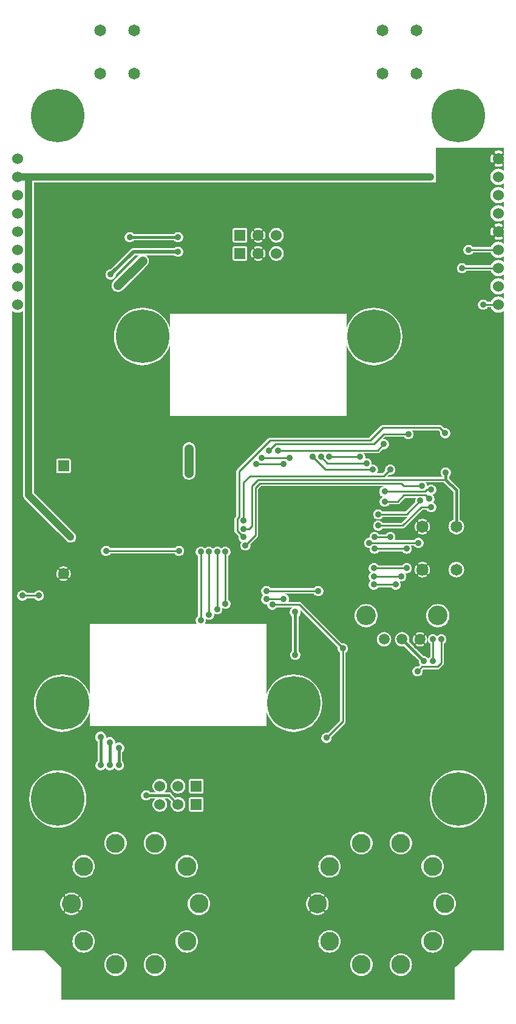
<source format=gbr>
G04 start of page 3 for group 1 idx 1 *
G04 Title: (unknown), bottom *
G04 Creator: pcb 20110918 *
G04 CreationDate: Tue 28 Jun 2016 03:12:40 AM GMT UTC *
G04 For: railfan *
G04 Format: Gerber/RS-274X *
G04 PCB-Dimensions: 275000 550000 *
G04 PCB-Coordinate-Origin: lower left *
%MOIN*%
%FSLAX25Y25*%
%LNBOTTOM*%
%ADD63C,0.0730*%
%ADD62C,0.0870*%
%ADD61C,0.0390*%
%ADD60C,0.0350*%
%ADD59C,0.1285*%
%ADD58C,0.0380*%
%ADD57C,0.0360*%
%ADD56C,0.1030*%
%ADD55C,0.1070*%
%ADD54C,0.0590*%
%ADD53C,0.0650*%
%ADD52C,0.2937*%
%ADD51C,0.0600*%
%ADD50C,0.0500*%
%ADD49C,0.0100*%
%ADD48C,0.0150*%
%ADD47C,0.0200*%
%ADD46C,0.0400*%
%ADD45C,0.0001*%
G54D45*G36*
X60500Y250000D02*Y302000D01*
X89500D01*
Y250000D01*
X60500D01*
G37*
G36*
X197500Y450500D02*Y424500D01*
X150146D01*
X149858Y424746D01*
X149322Y425075D01*
X148740Y425316D01*
X148128Y425463D01*
X147500Y425512D01*
X146872Y425463D01*
X146260Y425316D01*
X145678Y425075D01*
X145142Y424746D01*
X144854Y424500D01*
X139672D01*
X139678Y424558D01*
X139674Y424636D01*
X139658Y424713D01*
X139630Y424787D01*
X139591Y424855D01*
X139542Y424916D01*
X139483Y424969D01*
X139417Y425011D01*
X139092Y425174D01*
X138752Y425303D01*
X138402Y425401D01*
X138044Y425467D01*
X137682Y425500D01*
X137318D01*
X136956Y425467D01*
X136598Y425401D01*
X136248Y425303D01*
X135908Y425174D01*
X135581Y425015D01*
X135515Y424972D01*
X135456Y424919D01*
X135406Y424857D01*
X135367Y424788D01*
X135339Y424714D01*
X135323Y424637D01*
X135319Y424558D01*
X135325Y424500D01*
X131491D01*
X131491Y424657D01*
X131454Y424810D01*
X131394Y424955D01*
X131312Y425090D01*
X131209Y425209D01*
X131090Y425312D01*
X130955Y425394D01*
X130810Y425454D01*
X130657Y425491D01*
X130500Y425500D01*
X124343Y425491D01*
X124190Y425454D01*
X124045Y425394D01*
X123910Y425312D01*
X123791Y425209D01*
X123688Y425090D01*
X123606Y424955D01*
X123546Y424810D01*
X123509Y424657D01*
X123500Y424500D01*
X77500D01*
Y450500D01*
X197500D01*
G37*
G36*
X209996Y267000D02*X218941D01*
X219000Y266995D01*
X219235Y267014D01*
X219235Y267014D01*
X219442Y267064D01*
X216229Y263850D01*
X209996D01*
Y267000D01*
G37*
G36*
Y274000D02*X213941D01*
X214000Y273995D01*
X214235Y274014D01*
X214235Y274014D01*
X214465Y274069D01*
X214683Y274159D01*
X214884Y274283D01*
X215064Y274436D01*
X215102Y274481D01*
X218121Y277500D01*
X224135D01*
X223997Y277275D01*
X223829Y276868D01*
X223726Y276439D01*
X223691Y276000D01*
X223726Y275561D01*
X223767Y275389D01*
X218379Y270000D01*
X209996D01*
Y274000D01*
G37*
G36*
X269502Y428986D02*X270206Y429042D01*
X270895Y429207D01*
X271549Y429478D01*
X272153Y429848D01*
X272500Y430144D01*
Y425496D01*
X272488Y425488D01*
X272404Y425405D01*
X272333Y425309D01*
X272279Y425204D01*
X272241Y425092D01*
X272222Y424975D01*
X272221Y424856D01*
X272239Y424739D01*
X272277Y424626D01*
X272376Y424355D01*
X272444Y424075D01*
X272486Y423789D01*
X272500Y423500D01*
X272486Y423211D01*
X272444Y422925D01*
X272376Y422645D01*
X272280Y422372D01*
X272242Y422261D01*
X272225Y422144D01*
X272225Y422026D01*
X272245Y421909D01*
X272282Y421797D01*
X272336Y421693D01*
X272406Y421598D01*
X272491Y421515D01*
X272500Y421508D01*
Y416856D01*
X272153Y417152D01*
X271549Y417522D01*
X270895Y417793D01*
X270206Y417958D01*
X269502Y418014D01*
Y418995D01*
X269933Y419016D01*
X270363Y419078D01*
X270784Y419182D01*
X271194Y419325D01*
X271300Y419378D01*
X271396Y419447D01*
X271481Y419530D01*
X271551Y419625D01*
X271606Y419731D01*
X271643Y419843D01*
X271663Y419960D01*
X271664Y420079D01*
X271646Y420196D01*
X271610Y420309D01*
X271557Y420415D01*
X271488Y420512D01*
X271405Y420596D01*
X271309Y420667D01*
X271204Y420721D01*
X271092Y420759D01*
X270975Y420778D01*
X270856Y420779D01*
X270739Y420761D01*
X270626Y420723D01*
X270355Y420624D01*
X270075Y420556D01*
X269789Y420514D01*
X269502Y420500D01*
Y426500D01*
X269789Y426486D01*
X270075Y426444D01*
X270355Y426376D01*
X270628Y426280D01*
X270739Y426242D01*
X270856Y426225D01*
X270974Y426225D01*
X271091Y426245D01*
X271203Y426282D01*
X271307Y426336D01*
X271402Y426406D01*
X271485Y426491D01*
X271554Y426587D01*
X271607Y426692D01*
X271643Y426805D01*
X271660Y426921D01*
X271659Y427039D01*
X271640Y427156D01*
X271603Y427268D01*
X271548Y427373D01*
X271478Y427468D01*
X271394Y427551D01*
X271298Y427619D01*
X271192Y427670D01*
X270784Y427818D01*
X270363Y427922D01*
X269933Y427984D01*
X269502Y428005D01*
Y428986D01*
G37*
G36*
Y438986D02*X270206Y439042D01*
X270895Y439207D01*
X271549Y439478D01*
X272153Y439848D01*
X272500Y440144D01*
Y436856D01*
X272153Y437152D01*
X271549Y437522D01*
X270895Y437793D01*
X270206Y437958D01*
X269502Y438014D01*
Y438986D01*
G37*
G36*
Y448986D02*X270206Y449042D01*
X270895Y449207D01*
X271549Y449478D01*
X272153Y449848D01*
X272500Y450144D01*
Y446856D01*
X272153Y447152D01*
X271549Y447522D01*
X270895Y447793D01*
X270206Y447958D01*
X269502Y448014D01*
Y448986D01*
G37*
G36*
Y378986D02*X270206Y379042D01*
X270895Y379207D01*
X271549Y379478D01*
X272153Y379848D01*
X272500Y380144D01*
Y29500D01*
X269502D01*
Y378986D01*
G37*
G36*
Y388986D02*X270206Y389042D01*
X270895Y389207D01*
X271549Y389478D01*
X272153Y389848D01*
X272500Y390144D01*
Y386856D01*
X272153Y387152D01*
X271549Y387522D01*
X270895Y387793D01*
X270206Y387958D01*
X269502Y388014D01*
Y388986D01*
G37*
G36*
Y398986D02*X270206Y399042D01*
X270895Y399207D01*
X271549Y399478D01*
X272153Y399848D01*
X272500Y400144D01*
Y396856D01*
X272153Y397152D01*
X271549Y397522D01*
X270895Y397793D01*
X270206Y397958D01*
X269502Y398014D01*
Y398986D01*
G37*
G36*
Y408986D02*X270206Y409042D01*
X270895Y409207D01*
X271549Y409478D01*
X272153Y409848D01*
X272500Y410144D01*
Y406856D01*
X272153Y407152D01*
X271549Y407522D01*
X270895Y407793D01*
X270206Y407958D01*
X269502Y408014D01*
Y408986D01*
G37*
G36*
X265887Y430802D02*X266308Y430308D01*
X266847Y429848D01*
X267451Y429478D01*
X268105Y429207D01*
X268794Y429042D01*
X269500Y428986D01*
X269502Y428986D01*
Y428005D01*
X269500Y428005D01*
X269067Y427984D01*
X268637Y427922D01*
X268216Y427818D01*
X267806Y427675D01*
X267700Y427622D01*
X267604Y427553D01*
X267519Y427470D01*
X267449Y427375D01*
X267394Y427269D01*
X267357Y427157D01*
X267337Y427040D01*
X267336Y426921D01*
X267354Y426804D01*
X267390Y426691D01*
X267443Y426585D01*
X267512Y426488D01*
X267595Y426404D01*
X267691Y426333D01*
X267796Y426279D01*
X267908Y426241D01*
X268025Y426222D01*
X268144Y426221D01*
X268261Y426239D01*
X268374Y426277D01*
X268645Y426376D01*
X268925Y426444D01*
X269211Y426486D01*
X269500Y426500D01*
X269502Y426500D01*
Y420500D01*
X269500Y420500D01*
X269211Y420514D01*
X268925Y420556D01*
X268645Y420624D01*
X268372Y420720D01*
X268261Y420758D01*
X268144Y420775D01*
X268026Y420775D01*
X267909Y420755D01*
X267797Y420718D01*
X267693Y420664D01*
X267598Y420594D01*
X267515Y420509D01*
X267446Y420413D01*
X267393Y420308D01*
X267357Y420195D01*
X267340Y420079D01*
X267341Y419961D01*
X267360Y419844D01*
X267397Y419732D01*
X267452Y419627D01*
X267522Y419532D01*
X267606Y419449D01*
X267702Y419381D01*
X267808Y419330D01*
X268216Y419182D01*
X268637Y419078D01*
X269067Y419016D01*
X269500Y418995D01*
X269502Y418995D01*
Y418014D01*
X269500Y418014D01*
X268794Y417958D01*
X268105Y417793D01*
X267451Y417522D01*
X266847Y417152D01*
X266308Y416692D01*
X265887Y416198D01*
Y421349D01*
X265960Y421337D01*
X266079Y421336D01*
X266196Y421354D01*
X266309Y421390D01*
X266415Y421443D01*
X266512Y421512D01*
X266596Y421595D01*
X266667Y421691D01*
X266721Y421796D01*
X266759Y421908D01*
X266778Y422025D01*
X266779Y422144D01*
X266761Y422261D01*
X266723Y422374D01*
X266624Y422645D01*
X266556Y422925D01*
X266514Y423211D01*
X266500Y423500D01*
X266514Y423789D01*
X266556Y424075D01*
X266624Y424355D01*
X266720Y424628D01*
X266758Y424739D01*
X266775Y424856D01*
X266775Y424974D01*
X266755Y425091D01*
X266718Y425203D01*
X266664Y425307D01*
X266594Y425402D01*
X266509Y425485D01*
X266413Y425554D01*
X266308Y425607D01*
X266195Y425643D01*
X266079Y425660D01*
X265961Y425659D01*
X265887Y425647D01*
Y430802D01*
G37*
G36*
Y440802D02*X266308Y440308D01*
X266847Y439848D01*
X267451Y439478D01*
X268105Y439207D01*
X268794Y439042D01*
X269500Y438986D01*
X269502Y438986D01*
Y438014D01*
X269500Y438014D01*
X268794Y437958D01*
X268105Y437793D01*
X267451Y437522D01*
X266847Y437152D01*
X266308Y436692D01*
X265887Y436198D01*
Y440802D01*
G37*
G36*
Y450500D02*X266144D01*
X266308Y450308D01*
X266847Y449848D01*
X267451Y449478D01*
X268105Y449207D01*
X268794Y449042D01*
X269500Y448986D01*
X269502Y448986D01*
Y448014D01*
X269500Y448014D01*
X268794Y447958D01*
X268105Y447793D01*
X267451Y447522D01*
X266847Y447152D01*
X266308Y446692D01*
X265887Y446198D01*
Y450500D01*
G37*
G36*
Y380802D02*X266308Y380308D01*
X266847Y379848D01*
X267451Y379478D01*
X268105Y379207D01*
X268794Y379042D01*
X269500Y378986D01*
X269502Y378986D01*
Y29500D01*
X265887D01*
Y380802D01*
G37*
G36*
Y390802D02*X266308Y390308D01*
X266847Y389848D01*
X267451Y389478D01*
X268105Y389207D01*
X268794Y389042D01*
X269500Y388986D01*
X269502Y388986D01*
Y388014D01*
X269500Y388014D01*
X268794Y387958D01*
X268105Y387793D01*
X267451Y387522D01*
X266847Y387152D01*
X266308Y386692D01*
X265887Y386198D01*
Y390802D01*
G37*
G36*
Y400802D02*X266308Y400308D01*
X266847Y399848D01*
X267451Y399478D01*
X268105Y399207D01*
X268794Y399042D01*
X269500Y398986D01*
X269502Y398986D01*
Y398014D01*
X269500Y398014D01*
X268794Y397958D01*
X268105Y397793D01*
X267451Y397522D01*
X266847Y397152D01*
X266308Y396692D01*
X265887Y396198D01*
Y400802D01*
G37*
G36*
Y410802D02*X266308Y410308D01*
X266847Y409848D01*
X267451Y409478D01*
X268105Y409207D01*
X268794Y409042D01*
X269500Y408986D01*
X269502Y408986D01*
Y408014D01*
X269500Y408014D01*
X268794Y407958D01*
X268105Y407793D01*
X267451Y407522D01*
X266847Y407152D01*
X266308Y406692D01*
X265887Y406198D01*
Y410802D01*
G37*
G36*
X255365Y412000D02*X265251D01*
X265478Y411451D01*
X265848Y410847D01*
X265887Y410802D01*
Y406198D01*
X265848Y406153D01*
X265478Y405549D01*
X265251Y405000D01*
X251865D01*
X251772Y405151D01*
X251486Y405486D01*
X251151Y405772D01*
X250775Y406003D01*
X250368Y406171D01*
X249939Y406274D01*
X249500Y406309D01*
X249061Y406274D01*
X248632Y406171D01*
X248225Y406003D01*
X247849Y405772D01*
X247514Y405486D01*
X247228Y405151D01*
X246997Y404775D01*
X246829Y404368D01*
X246726Y403939D01*
X246691Y403500D01*
X246726Y403061D01*
X246829Y402632D01*
X246997Y402225D01*
X247228Y401849D01*
X247514Y401514D01*
X247849Y401228D01*
X248225Y400997D01*
X248632Y400829D01*
X249061Y400726D01*
X249500Y400691D01*
X249939Y400726D01*
X250368Y400829D01*
X250775Y400997D01*
X251151Y401228D01*
X251486Y401514D01*
X251772Y401849D01*
X251865Y402000D01*
X265251D01*
X265478Y401451D01*
X265848Y400847D01*
X265887Y400802D01*
Y396198D01*
X265848Y396153D01*
X265478Y395549D01*
X265207Y394895D01*
X265042Y394206D01*
X264986Y393500D01*
X265042Y392794D01*
X265207Y392105D01*
X265478Y391451D01*
X265848Y390847D01*
X265887Y390802D01*
Y386198D01*
X265848Y386153D01*
X265478Y385549D01*
X265251Y385000D01*
X263365D01*
X263272Y385151D01*
X262986Y385486D01*
X262651Y385772D01*
X262275Y386003D01*
X261868Y386171D01*
X261439Y386274D01*
X261000Y386309D01*
X260561Y386274D01*
X260132Y386171D01*
X259725Y386003D01*
X259349Y385772D01*
X259014Y385486D01*
X258728Y385151D01*
X258497Y384775D01*
X258329Y384368D01*
X258226Y383939D01*
X258191Y383500D01*
X258226Y383061D01*
X258329Y382632D01*
X258497Y382225D01*
X258728Y381849D01*
X259014Y381514D01*
X259349Y381228D01*
X259725Y380997D01*
X260132Y380829D01*
X260561Y380726D01*
X261000Y380691D01*
X261439Y380726D01*
X261868Y380829D01*
X262275Y380997D01*
X262651Y381228D01*
X262986Y381514D01*
X263272Y381849D01*
X263365Y382000D01*
X265251D01*
X265478Y381451D01*
X265848Y380847D01*
X265887Y380802D01*
Y29500D01*
X255000D01*
X246343Y20843D01*
Y96859D01*
X247500Y96768D01*
X249961Y96961D01*
X252362Y97538D01*
X254642Y98482D01*
X256747Y99772D01*
X258624Y101376D01*
X260228Y103253D01*
X261518Y105358D01*
X262462Y107638D01*
X263039Y110039D01*
X263184Y112500D01*
X263039Y114961D01*
X262462Y117362D01*
X261518Y119642D01*
X260228Y121747D01*
X258624Y123624D01*
X256747Y125228D01*
X254642Y126518D01*
X252362Y127462D01*
X249961Y128039D01*
X247500Y128232D01*
X246343Y128141D01*
Y233937D01*
X246350Y233937D01*
X247017Y233989D01*
X247667Y234146D01*
X248285Y234402D01*
X248856Y234751D01*
X249364Y235186D01*
X249799Y235694D01*
X250148Y236265D01*
X250404Y236883D01*
X250561Y237533D01*
X250600Y238200D01*
X250561Y238867D01*
X250404Y239517D01*
X250148Y240135D01*
X249799Y240706D01*
X249364Y241214D01*
X248856Y241649D01*
X248285Y241998D01*
X247667Y242254D01*
X247017Y242411D01*
X246350Y242463D01*
X246343Y242463D01*
Y257537D01*
X246350Y257537D01*
X247017Y257589D01*
X247667Y257746D01*
X248285Y258002D01*
X248856Y258351D01*
X249364Y258786D01*
X249799Y259294D01*
X250148Y259865D01*
X250404Y260483D01*
X250561Y261133D01*
X250600Y261800D01*
X250561Y262467D01*
X250404Y263117D01*
X250148Y263735D01*
X249799Y264306D01*
X249364Y264814D01*
X248856Y265249D01*
X248285Y265598D01*
X248100Y265675D01*
Y281581D01*
X248105Y281650D01*
X248084Y281924D01*
X248084Y281925D01*
X248019Y282192D01*
X247914Y282447D01*
X247770Y282682D01*
X247591Y282891D01*
X247539Y282936D01*
X246343Y284131D01*
Y450500D01*
X265887D01*
Y446198D01*
X265848Y446153D01*
X265478Y445549D01*
X265207Y444895D01*
X265042Y444206D01*
X264986Y443500D01*
X265042Y442794D01*
X265207Y442105D01*
X265478Y441451D01*
X265848Y440847D01*
X265887Y440802D01*
Y436198D01*
X265848Y436153D01*
X265478Y435549D01*
X265207Y434895D01*
X265042Y434206D01*
X264986Y433500D01*
X265042Y432794D01*
X265207Y432105D01*
X265478Y431451D01*
X265848Y430847D01*
X265887Y430802D01*
Y425647D01*
X265844Y425640D01*
X265732Y425603D01*
X265627Y425548D01*
X265532Y425478D01*
X265449Y425394D01*
X265381Y425298D01*
X265330Y425192D01*
X265182Y424784D01*
X265078Y424363D01*
X265016Y423933D01*
X264995Y423500D01*
X265016Y423067D01*
X265078Y422637D01*
X265182Y422216D01*
X265325Y421806D01*
X265378Y421700D01*
X265447Y421604D01*
X265530Y421519D01*
X265625Y421449D01*
X265731Y421394D01*
X265843Y421357D01*
X265887Y421349D01*
Y416198D01*
X265848Y416153D01*
X265478Y415549D01*
X265251Y415000D01*
X255365D01*
X255272Y415151D01*
X254986Y415486D01*
X254651Y415772D01*
X254275Y416003D01*
X253868Y416171D01*
X253439Y416274D01*
X253000Y416309D01*
X252561Y416274D01*
X252132Y416171D01*
X251725Y416003D01*
X251349Y415772D01*
X251014Y415486D01*
X250728Y415151D01*
X250497Y414775D01*
X250329Y414368D01*
X250226Y413939D01*
X250191Y413500D01*
X250226Y413061D01*
X250329Y412632D01*
X250497Y412225D01*
X250728Y411849D01*
X251014Y411514D01*
X251349Y411228D01*
X251725Y410997D01*
X252132Y410829D01*
X252561Y410726D01*
X253000Y410691D01*
X253439Y410726D01*
X253868Y410829D01*
X254275Y410997D01*
X254651Y411228D01*
X254986Y411514D01*
X255272Y411849D01*
X255365Y412000D01*
G37*
G36*
X246343Y284131D02*X242250Y288225D01*
Y289312D01*
X242486Y289514D01*
X242772Y289849D01*
X243003Y290225D01*
X243171Y290632D01*
X243274Y291061D01*
X243300Y291500D01*
X243274Y291939D01*
X243171Y292368D01*
X243003Y292775D01*
X242772Y293151D01*
X242486Y293486D01*
X242151Y293772D01*
X241775Y294003D01*
X241368Y294171D01*
X240939Y294274D01*
X240500Y294309D01*
X240061Y294274D01*
X239632Y294171D01*
X239225Y294003D01*
X238849Y293772D01*
X238514Y293486D01*
X238228Y293151D01*
X237997Y292775D01*
X237829Y292368D01*
X237726Y291939D01*
X237691Y291500D01*
X237726Y291061D01*
X237829Y290632D01*
X237997Y290225D01*
X238228Y289849D01*
X238514Y289514D01*
X238750Y289312D01*
Y289000D01*
X236175D01*
Y314500D01*
X236579D01*
X237467Y313611D01*
X237426Y313439D01*
X237391Y313000D01*
X237426Y312561D01*
X237529Y312132D01*
X237697Y311725D01*
X237928Y311349D01*
X238214Y311014D01*
X238549Y310728D01*
X238925Y310497D01*
X239332Y310329D01*
X239761Y310226D01*
X240200Y310191D01*
X240639Y310226D01*
X241068Y310329D01*
X241475Y310497D01*
X241851Y310728D01*
X242186Y311014D01*
X242472Y311349D01*
X242703Y311725D01*
X242871Y312132D01*
X242974Y312561D01*
X243000Y313000D01*
X242974Y313439D01*
X242871Y313868D01*
X242703Y314275D01*
X242472Y314651D01*
X242186Y314986D01*
X241851Y315272D01*
X241475Y315503D01*
X241068Y315671D01*
X240639Y315774D01*
X240200Y315809D01*
X239761Y315774D01*
X239589Y315733D01*
X238302Y317019D01*
X238264Y317064D01*
X238084Y317217D01*
X237883Y317341D01*
X237665Y317431D01*
X237435Y317486D01*
X237435Y317486D01*
X237200Y317505D01*
X237141Y317500D01*
X236175D01*
Y450500D01*
X246343D01*
Y284131D01*
G37*
G36*
Y128141D02*X245039Y128039D01*
X242638Y127462D01*
X240358Y126518D01*
X238253Y125228D01*
X236376Y123624D01*
X236175Y123390D01*
Y183509D01*
X236235Y183514D01*
X236235Y183514D01*
X236465Y183569D01*
X236683Y183659D01*
X236884Y183783D01*
X237064Y183936D01*
X237102Y183981D01*
X239019Y185898D01*
X239064Y185936D01*
X239217Y186115D01*
X239217Y186116D01*
X239341Y186317D01*
X239431Y186535D01*
X239486Y186765D01*
X239505Y187000D01*
X239500Y187059D01*
Y197635D01*
X239651Y197728D01*
X239986Y198014D01*
X240272Y198349D01*
X240503Y198725D01*
X240671Y199132D01*
X240774Y199561D01*
X240800Y200000D01*
X240774Y200439D01*
X240671Y200868D01*
X240503Y201275D01*
X240272Y201651D01*
X239986Y201986D01*
X239651Y202272D01*
X239275Y202503D01*
X238868Y202671D01*
X238439Y202774D01*
X238000Y202809D01*
X237561Y202774D01*
X237132Y202671D01*
X236725Y202503D01*
X236349Y202272D01*
X236175Y202124D01*
Y206623D01*
X236185Y206622D01*
X237181Y206701D01*
X238153Y206934D01*
X239077Y207317D01*
X239929Y207839D01*
X240689Y208488D01*
X241338Y209248D01*
X241860Y210100D01*
X242243Y211024D01*
X242476Y211996D01*
X242535Y212992D01*
X242476Y213988D01*
X242243Y214960D01*
X241860Y215884D01*
X241338Y216736D01*
X240689Y217496D01*
X239929Y218145D01*
X239077Y218667D01*
X238153Y219050D01*
X237181Y219283D01*
X236185Y219362D01*
X236175Y219361D01*
Y286000D01*
X239525D01*
X244600Y280925D01*
Y265675D01*
X244415Y265598D01*
X243844Y265249D01*
X243336Y264814D01*
X242901Y264306D01*
X242552Y263735D01*
X242296Y263117D01*
X242139Y262467D01*
X242087Y261800D01*
X242139Y261133D01*
X242296Y260483D01*
X242552Y259865D01*
X242901Y259294D01*
X243336Y258786D01*
X243844Y258351D01*
X244415Y258002D01*
X245033Y257746D01*
X245683Y257589D01*
X246343Y257537D01*
Y242463D01*
X245683Y242411D01*
X245033Y242254D01*
X244415Y241998D01*
X243844Y241649D01*
X243336Y241214D01*
X242901Y240706D01*
X242552Y240135D01*
X242296Y239517D01*
X242139Y238867D01*
X242087Y238200D01*
X242139Y237533D01*
X242296Y236883D01*
X242552Y236265D01*
X242901Y235694D01*
X243336Y235186D01*
X243844Y234751D01*
X244415Y234402D01*
X245033Y234146D01*
X245683Y233989D01*
X246343Y233937D01*
Y128141D01*
G37*
G36*
Y20843D02*X245500Y20000D01*
Y2500D01*
X236175D01*
Y28967D01*
X236942Y29437D01*
X237678Y30066D01*
X238307Y30802D01*
X238813Y31627D01*
X239183Y32522D01*
X239409Y33463D01*
X239466Y34428D01*
X239409Y35393D01*
X239183Y36334D01*
X238813Y37229D01*
X238307Y38054D01*
X237678Y38790D01*
X236942Y39419D01*
X236175Y39889D01*
Y50180D01*
X236374Y50010D01*
X237199Y49504D01*
X238094Y49134D01*
X239035Y48908D01*
X240000Y48832D01*
X240965Y48908D01*
X241906Y49134D01*
X242801Y49504D01*
X243626Y50010D01*
X244362Y50639D01*
X244991Y51375D01*
X245497Y52200D01*
X245867Y53095D01*
X246093Y54036D01*
X246150Y55001D01*
X246093Y55966D01*
X245867Y56907D01*
X245497Y57802D01*
X244991Y58627D01*
X244362Y59363D01*
X243626Y59992D01*
X242801Y60498D01*
X241906Y60868D01*
X240965Y61094D01*
X240000Y61170D01*
X239035Y61094D01*
X238094Y60868D01*
X237199Y60498D01*
X236374Y59992D01*
X236175Y59822D01*
Y70111D01*
X236942Y70581D01*
X237678Y71210D01*
X238307Y71946D01*
X238813Y72771D01*
X239183Y73666D01*
X239409Y74607D01*
X239466Y75572D01*
X239409Y76537D01*
X239183Y77478D01*
X238813Y78373D01*
X238307Y79198D01*
X237678Y79934D01*
X236942Y80563D01*
X236175Y81033D01*
Y101610D01*
X236376Y101376D01*
X238253Y99772D01*
X240358Y98482D01*
X242638Y97538D01*
X245039Y96961D01*
X246343Y96859D01*
Y20843D01*
G37*
G36*
X236175Y317500D02*X229583D01*
Y450500D01*
X236175D01*
Y317500D01*
G37*
G36*
Y289000D02*X229583D01*
Y314500D01*
X236175D01*
Y289000D01*
G37*
G36*
X231151Y270043D02*X231225Y269997D01*
X231632Y269829D01*
X232061Y269726D01*
X232500Y269691D01*
X232939Y269726D01*
X233368Y269829D01*
X233775Y269997D01*
X234151Y270228D01*
X234486Y270514D01*
X234772Y270849D01*
X235003Y271225D01*
X235171Y271632D01*
X235274Y272061D01*
X235300Y272500D01*
X235274Y272939D01*
X235171Y273368D01*
X235003Y273775D01*
X234772Y274151D01*
X234486Y274486D01*
X234151Y274772D01*
X233775Y275003D01*
X233554Y275094D01*
X233772Y275349D01*
X234003Y275725D01*
X234171Y276132D01*
X234274Y276561D01*
X234300Y277000D01*
X234274Y277439D01*
X234171Y277868D01*
X234003Y278275D01*
X233772Y278651D01*
X233486Y278986D01*
X233151Y279272D01*
X233146Y279275D01*
X233368Y279329D01*
X233775Y279497D01*
X234151Y279728D01*
X234486Y280014D01*
X234772Y280349D01*
X235003Y280725D01*
X235171Y281132D01*
X235274Y281561D01*
X235300Y282000D01*
X235274Y282439D01*
X235171Y282868D01*
X235003Y283275D01*
X234772Y283651D01*
X234486Y283986D01*
X234151Y284272D01*
X233775Y284503D01*
X233368Y284671D01*
X232939Y284774D01*
X232500Y284809D01*
X232061Y284774D01*
X231632Y284671D01*
X231225Y284503D01*
X231151Y284457D01*
Y286000D01*
X236175D01*
Y219361D01*
X235189Y219283D01*
X234217Y219050D01*
X233293Y218667D01*
X232441Y218145D01*
X231681Y217496D01*
X231151Y216875D01*
Y235905D01*
X231182Y235922D01*
X231244Y235970D01*
X231298Y236027D01*
X231341Y236093D01*
X231527Y236448D01*
X231675Y236821D01*
X231787Y237206D01*
X231862Y237600D01*
X231900Y237999D01*
Y238401D01*
X231862Y238800D01*
X231787Y239194D01*
X231675Y239579D01*
X231527Y239952D01*
X231345Y240309D01*
X231301Y240375D01*
X231247Y240433D01*
X231184Y240481D01*
X231151Y240500D01*
Y259505D01*
X231182Y259522D01*
X231244Y259570D01*
X231298Y259627D01*
X231341Y259693D01*
X231527Y260048D01*
X231675Y260421D01*
X231787Y260806D01*
X231862Y261200D01*
X231900Y261599D01*
Y262001D01*
X231862Y262400D01*
X231787Y262794D01*
X231675Y263179D01*
X231527Y263552D01*
X231345Y263909D01*
X231301Y263975D01*
X231247Y264033D01*
X231184Y264081D01*
X231151Y264100D01*
Y270043D01*
G37*
G36*
Y198474D02*X231228Y198349D01*
X231514Y198014D01*
X231849Y197728D01*
X232000Y197635D01*
Y190365D01*
X231849Y190272D01*
X231514Y189986D01*
X231228Y189651D01*
X231151Y189526D01*
Y198474D01*
G37*
G36*
X236175Y202124D02*X236014Y201986D01*
X235750Y201677D01*
X235486Y201986D01*
X235151Y202272D01*
X234775Y202503D01*
X234368Y202671D01*
X233939Y202774D01*
X233500Y202809D01*
X233061Y202774D01*
X232632Y202671D01*
X232225Y202503D01*
X231849Y202272D01*
X231514Y201986D01*
X231228Y201651D01*
X231151Y201526D01*
Y209109D01*
X231681Y208488D01*
X232441Y207839D01*
X233293Y207317D01*
X234217Y206934D01*
X235189Y206701D01*
X236175Y206623D01*
Y202124D01*
G37*
G36*
X231151Y284457D02*X230849Y284272D01*
X230514Y283986D01*
X230283Y283716D01*
X230300Y284000D01*
X230274Y284439D01*
X230171Y284868D01*
X230003Y285275D01*
X229772Y285651D01*
X229583Y285872D01*
Y286000D01*
X231151D01*
Y284457D01*
G37*
G36*
Y201526D02*X230997Y201275D01*
X230829Y200868D01*
X230726Y200439D01*
X230691Y200000D01*
X230726Y199561D01*
X230829Y199132D01*
X230997Y198725D01*
X231151Y198474D01*
Y189526D01*
X231000Y189279D01*
X230772Y189651D01*
X230486Y189986D01*
X230151Y190272D01*
X229775Y190503D01*
X229583Y190582D01*
Y197903D01*
X229595Y197907D01*
X229663Y197947D01*
X229724Y197996D01*
X229776Y198055D01*
X229818Y198122D01*
X229976Y198440D01*
X230102Y198774D01*
X230197Y199117D01*
X230261Y199467D01*
X230293Y199822D01*
Y200178D01*
X230261Y200533D01*
X230197Y200883D01*
X230102Y201226D01*
X229976Y201560D01*
X229821Y201880D01*
X229779Y201947D01*
X229726Y202006D01*
X229665Y202056D01*
X229596Y202095D01*
X229583Y202100D01*
Y234415D01*
X229759Y234505D01*
X229825Y234549D01*
X229883Y234603D01*
X229931Y234666D01*
X229970Y234736D01*
X229996Y234810D01*
X230011Y234888D01*
X230014Y234967D01*
X230004Y235046D01*
X229982Y235122D01*
X229948Y235194D01*
X229903Y235259D01*
X229849Y235317D01*
X229786Y235366D01*
X229717Y235404D01*
X229642Y235431D01*
X229583Y235442D01*
Y240962D01*
X229641Y240973D01*
X229715Y241000D01*
X229784Y241037D01*
X229847Y241086D01*
X229900Y241143D01*
X229945Y241208D01*
X229978Y241279D01*
X230000Y241355D01*
X230010Y241433D01*
X230008Y241512D01*
X229993Y241589D01*
X229966Y241663D01*
X229928Y241732D01*
X229880Y241794D01*
X229823Y241848D01*
X229757Y241891D01*
X229583Y241982D01*
Y258015D01*
X229759Y258105D01*
X229825Y258149D01*
X229883Y258203D01*
X229931Y258266D01*
X229970Y258336D01*
X229996Y258410D01*
X230011Y258488D01*
X230014Y258567D01*
X230004Y258646D01*
X229982Y258722D01*
X229948Y258794D01*
X229903Y258859D01*
X229849Y258917D01*
X229786Y258966D01*
X229717Y259004D01*
X229642Y259031D01*
X229583Y259042D01*
Y264562D01*
X229641Y264573D01*
X229715Y264600D01*
X229784Y264637D01*
X229847Y264686D01*
X229900Y264743D01*
X229945Y264808D01*
X229978Y264879D01*
X230000Y264955D01*
X230010Y265033D01*
X230008Y265112D01*
X229993Y265189D01*
X229966Y265263D01*
X229928Y265332D01*
X229880Y265394D01*
X229823Y265448D01*
X229757Y265491D01*
X229583Y265582D01*
Y271000D01*
X230135D01*
X230228Y270849D01*
X230514Y270514D01*
X230849Y270228D01*
X231151Y270043D01*
Y264100D01*
X231114Y264120D01*
X231040Y264146D01*
X230962Y264161D01*
X230883Y264164D01*
X230804Y264154D01*
X230728Y264132D01*
X230656Y264098D01*
X230591Y264053D01*
X230533Y263999D01*
X230484Y263936D01*
X230446Y263867D01*
X230419Y263792D01*
X230405Y263714D01*
X230402Y263635D01*
X230412Y263557D01*
X230434Y263480D01*
X230469Y263409D01*
X230612Y263138D01*
X230725Y262853D01*
X230810Y262559D01*
X230868Y262258D01*
X230896Y261953D01*
Y261647D01*
X230868Y261342D01*
X230810Y261041D01*
X230725Y260747D01*
X230612Y260462D01*
X230472Y260189D01*
X230438Y260118D01*
X230416Y260043D01*
X230406Y259965D01*
X230408Y259886D01*
X230423Y259809D01*
X230450Y259735D01*
X230487Y259666D01*
X230536Y259603D01*
X230593Y259550D01*
X230658Y259505D01*
X230729Y259472D01*
X230805Y259450D01*
X230883Y259440D01*
X230962Y259442D01*
X231039Y259457D01*
X231113Y259484D01*
X231151Y259505D01*
Y240500D01*
X231114Y240520D01*
X231040Y240546D01*
X230962Y240561D01*
X230883Y240564D01*
X230804Y240554D01*
X230728Y240532D01*
X230656Y240498D01*
X230591Y240453D01*
X230533Y240399D01*
X230484Y240336D01*
X230446Y240267D01*
X230419Y240192D01*
X230405Y240114D01*
X230402Y240035D01*
X230412Y239957D01*
X230434Y239880D01*
X230469Y239809D01*
X230612Y239538D01*
X230725Y239253D01*
X230810Y238959D01*
X230868Y238658D01*
X230896Y238353D01*
Y238047D01*
X230868Y237742D01*
X230810Y237441D01*
X230725Y237147D01*
X230612Y236862D01*
X230472Y236589D01*
X230438Y236518D01*
X230416Y236443D01*
X230406Y236365D01*
X230408Y236286D01*
X230423Y236209D01*
X230450Y236135D01*
X230487Y236066D01*
X230536Y236003D01*
X230593Y235950D01*
X230658Y235905D01*
X230729Y235872D01*
X230805Y235850D01*
X230883Y235840D01*
X230962Y235842D01*
X231039Y235857D01*
X231113Y235884D01*
X231151Y235905D01*
Y216875D01*
X231032Y216736D01*
X230510Y215884D01*
X230127Y214960D01*
X229894Y213988D01*
X229815Y212992D01*
X229894Y211996D01*
X230127Y211024D01*
X230510Y210100D01*
X231032Y209248D01*
X231151Y209109D01*
Y201526D01*
G37*
G36*
X236175Y81033D02*X236117Y81069D01*
X235222Y81439D01*
X234281Y81665D01*
X233316Y81741D01*
X232351Y81665D01*
X231410Y81439D01*
X230515Y81069D01*
X229690Y80563D01*
X229583Y80472D01*
Y183500D01*
X235941D01*
X236000Y183495D01*
X236175Y183509D01*
Y123390D01*
X234772Y121747D01*
X233482Y119642D01*
X232538Y117362D01*
X231961Y114961D01*
X231768Y112500D01*
X231961Y110039D01*
X232538Y107638D01*
X233482Y105358D01*
X234772Y103253D01*
X236175Y101610D01*
Y81033D01*
G37*
G36*
Y39889D02*X236117Y39925D01*
X235222Y40295D01*
X234281Y40521D01*
X233316Y40597D01*
X232351Y40521D01*
X231410Y40295D01*
X230515Y39925D01*
X229690Y39419D01*
X229583Y39328D01*
Y70672D01*
X229690Y70581D01*
X230515Y70075D01*
X231410Y69705D01*
X232351Y69479D01*
X233316Y69403D01*
X234281Y69479D01*
X235222Y69705D01*
X236117Y70075D01*
X236175Y70111D01*
Y59822D01*
X235638Y59363D01*
X235009Y58627D01*
X234503Y57802D01*
X234133Y56907D01*
X233907Y55966D01*
X233831Y55001D01*
X233907Y54036D01*
X234133Y53095D01*
X234503Y52200D01*
X235009Y51375D01*
X235638Y50639D01*
X236175Y50180D01*
Y39889D01*
G37*
G36*
Y2500D02*X229583D01*
Y29528D01*
X229690Y29437D01*
X230515Y28931D01*
X231410Y28561D01*
X232351Y28335D01*
X233316Y28259D01*
X234281Y28335D01*
X235222Y28561D01*
X236117Y28931D01*
X236175Y28967D01*
Y2500D01*
G37*
G36*
X229583Y317500D02*X226669D01*
Y450500D01*
X229583D01*
Y317500D01*
G37*
G36*
Y289000D02*X226669D01*
Y314500D01*
X229583D01*
Y289000D01*
G37*
G36*
Y285872D02*X229486Y285986D01*
X229470Y286000D01*
X229583D01*
Y285872D01*
G37*
G36*
Y265582D02*X229402Y265677D01*
X229029Y265825D01*
X228644Y265937D01*
X228250Y266012D01*
X227851Y266050D01*
X227449D01*
X227050Y266012D01*
X226669Y265939D01*
Y270048D01*
X227621Y271000D01*
X229583D01*
Y265582D01*
G37*
G36*
Y259042D02*X229564Y259045D01*
X229485Y259048D01*
X229407Y259038D01*
X229330Y259016D01*
X229259Y258981D01*
X228988Y258838D01*
X228703Y258725D01*
X228409Y258640D01*
X228108Y258582D01*
X227803Y258554D01*
X227497D01*
X227192Y258582D01*
X226891Y258640D01*
X226669Y258704D01*
Y264896D01*
X226891Y264960D01*
X227192Y265018D01*
X227497Y265046D01*
X227803D01*
X228108Y265018D01*
X228409Y264960D01*
X228703Y264875D01*
X228988Y264762D01*
X229261Y264622D01*
X229332Y264588D01*
X229407Y264566D01*
X229485Y264556D01*
X229564Y264558D01*
X229583Y264562D01*
Y259042D01*
G37*
G36*
Y241982D02*X229402Y242077D01*
X229029Y242225D01*
X228644Y242337D01*
X228250Y242412D01*
X227851Y242450D01*
X227449D01*
X227050Y242412D01*
X226669Y242339D01*
Y250355D01*
X226775Y250398D01*
X227151Y250629D01*
X227486Y250915D01*
X227772Y251250D01*
X228003Y251626D01*
X228171Y252033D01*
X228274Y252462D01*
X228300Y252901D01*
X228274Y253340D01*
X228171Y253769D01*
X228003Y254176D01*
X227772Y254552D01*
X227486Y254887D01*
X227151Y255173D01*
X226775Y255404D01*
X226669Y255447D01*
Y257661D01*
X227050Y257588D01*
X227449Y257550D01*
X227851D01*
X228250Y257588D01*
X228644Y257663D01*
X229029Y257775D01*
X229402Y257923D01*
X229583Y258015D01*
Y241982D01*
G37*
G36*
Y235442D02*X229564Y235445D01*
X229485Y235448D01*
X229407Y235438D01*
X229330Y235416D01*
X229259Y235381D01*
X228988Y235238D01*
X228703Y235125D01*
X228409Y235040D01*
X228108Y234982D01*
X227803Y234954D01*
X227497D01*
X227192Y234982D01*
X226891Y235040D01*
X226669Y235104D01*
Y241296D01*
X226891Y241360D01*
X227192Y241418D01*
X227497Y241446D01*
X227803D01*
X228108Y241418D01*
X228409Y241360D01*
X228703Y241275D01*
X228988Y241162D01*
X229261Y241022D01*
X229332Y240988D01*
X229407Y240966D01*
X229485Y240956D01*
X229564Y240958D01*
X229583Y240962D01*
Y235442D01*
G37*
G36*
Y190582D02*X229368Y190671D01*
X228939Y190774D01*
X228500Y190809D01*
X228191Y190784D01*
X226669Y192306D01*
Y196063D01*
X226876Y196082D01*
X227226Y196146D01*
X227569Y196241D01*
X227903Y196367D01*
X228223Y196522D01*
X228290Y196564D01*
X228349Y196617D01*
X228399Y196678D01*
X228438Y196747D01*
X228467Y196821D01*
X228484Y196898D01*
X228488Y196977D01*
X228480Y197056D01*
X228459Y197133D01*
X228427Y197205D01*
X228384Y197271D01*
X228331Y197330D01*
X228270Y197380D01*
X228202Y197420D01*
X228128Y197448D01*
X228050Y197465D01*
X227971Y197469D01*
X227892Y197461D01*
X227816Y197441D01*
X227744Y197407D01*
X227507Y197289D01*
X227258Y197195D01*
X227002Y197125D01*
X226740Y197077D01*
X226669Y197070D01*
Y202930D01*
X226740Y202923D01*
X227002Y202875D01*
X227258Y202805D01*
X227507Y202711D01*
X227746Y202595D01*
X227817Y202562D01*
X227893Y202542D01*
X227971Y202534D01*
X228050Y202538D01*
X228127Y202554D01*
X228200Y202583D01*
X228268Y202622D01*
X228329Y202672D01*
X228382Y202730D01*
X228425Y202797D01*
X228457Y202868D01*
X228477Y202945D01*
X228485Y203023D01*
X228481Y203101D01*
X228464Y203178D01*
X228436Y203252D01*
X228396Y203320D01*
X228347Y203381D01*
X228288Y203433D01*
X228221Y203475D01*
X227903Y203633D01*
X227569Y203759D01*
X227226Y203854D01*
X226876Y203918D01*
X226669Y203937D01*
Y234061D01*
X227050Y233988D01*
X227449Y233950D01*
X227851D01*
X228250Y233988D01*
X228644Y234063D01*
X229029Y234175D01*
X229402Y234323D01*
X229583Y234415D01*
Y202100D01*
X229522Y202124D01*
X229445Y202141D01*
X229366Y202145D01*
X229287Y202137D01*
X229210Y202116D01*
X229138Y202084D01*
X229072Y202041D01*
X229013Y201988D01*
X228963Y201927D01*
X228923Y201859D01*
X228895Y201785D01*
X228878Y201707D01*
X228874Y201628D01*
X228882Y201549D01*
X228902Y201473D01*
X228936Y201401D01*
X229054Y201164D01*
X229148Y200915D01*
X229218Y200659D01*
X229266Y200397D01*
X229290Y200133D01*
Y199867D01*
X229266Y199603D01*
X229218Y199341D01*
X229148Y199085D01*
X229054Y198836D01*
X228938Y198597D01*
X228905Y198526D01*
X228885Y198450D01*
X228877Y198372D01*
X228881Y198293D01*
X228897Y198216D01*
X228926Y198143D01*
X228965Y198075D01*
X229015Y198014D01*
X229073Y197961D01*
X229140Y197918D01*
X229211Y197886D01*
X229288Y197866D01*
X229366Y197858D01*
X229444Y197862D01*
X229521Y197879D01*
X229583Y197903D01*
Y190582D01*
G37*
G36*
Y2500D02*X226669D01*
Y180243D01*
X226986Y180514D01*
X227272Y180849D01*
X227503Y181225D01*
X227671Y181632D01*
X227774Y182061D01*
X227800Y182500D01*
X227774Y182939D01*
X227733Y183111D01*
X228121Y183500D01*
X229583D01*
Y80472D01*
X228954Y79934D01*
X228325Y79198D01*
X227819Y78373D01*
X227449Y77478D01*
X227223Y76537D01*
X227147Y75572D01*
X227223Y74607D01*
X227449Y73666D01*
X227819Y72771D01*
X228325Y71946D01*
X228954Y71210D01*
X229583Y70672D01*
Y39328D01*
X228954Y38790D01*
X228325Y38054D01*
X227819Y37229D01*
X227449Y36334D01*
X227223Y35393D01*
X227147Y34428D01*
X227223Y33463D01*
X227449Y32522D01*
X227819Y31627D01*
X228325Y30802D01*
X228954Y30066D01*
X229583Y29528D01*
Y2500D01*
G37*
G36*
X226669Y317500D02*X209996D01*
Y353118D01*
X210247Y353272D01*
X212124Y354876D01*
X213728Y356753D01*
X215018Y358858D01*
X215962Y361138D01*
X216539Y363539D01*
X216684Y366000D01*
X216539Y368461D01*
X215962Y370862D01*
X215018Y373142D01*
X213728Y375247D01*
X212124Y377124D01*
X210247Y378728D01*
X209996Y378882D01*
Y450500D01*
X226669D01*
Y317500D01*
G37*
G36*
Y289000D02*X220500D01*
X220500Y289000D01*
X209996D01*
Y290192D01*
X210000Y290191D01*
X210439Y290226D01*
X210868Y290329D01*
X211275Y290497D01*
X211651Y290728D01*
X211986Y291014D01*
X212272Y291349D01*
X212503Y291725D01*
X212671Y292132D01*
X212774Y292561D01*
X212800Y293000D01*
X212774Y293439D01*
X212671Y293868D01*
X212503Y294275D01*
X212272Y294651D01*
X211986Y294986D01*
X211651Y295272D01*
X211275Y295503D01*
X210868Y295671D01*
X210439Y295774D01*
X210000Y295809D01*
X209996Y295808D01*
Y311000D01*
X217635D01*
X217728Y310849D01*
X218014Y310514D01*
X218349Y310228D01*
X218725Y309997D01*
X219132Y309829D01*
X219561Y309726D01*
X220000Y309691D01*
X220439Y309726D01*
X220868Y309829D01*
X221275Y309997D01*
X221651Y310228D01*
X221986Y310514D01*
X222272Y310849D01*
X222503Y311225D01*
X222671Y311632D01*
X222774Y312061D01*
X222800Y312500D01*
X222774Y312939D01*
X222671Y313368D01*
X222503Y313775D01*
X222272Y314151D01*
X221986Y314486D01*
X221970Y314500D01*
X226669D01*
Y289000D01*
G37*
G36*
Y255447D02*X226368Y255572D01*
X225939Y255675D01*
X225500Y255710D01*
X225061Y255675D01*
X224632Y255572D01*
X224225Y255404D01*
X224149Y255357D01*
Y259500D01*
X224186Y259480D01*
X224260Y259454D01*
X224338Y259439D01*
X224417Y259436D01*
X224496Y259446D01*
X224572Y259468D01*
X224644Y259502D01*
X224709Y259547D01*
X224767Y259601D01*
X224816Y259664D01*
X224854Y259733D01*
X224881Y259808D01*
X224895Y259886D01*
X224898Y259965D01*
X224888Y260043D01*
X224866Y260120D01*
X224831Y260191D01*
X224688Y260462D01*
X224575Y260747D01*
X224490Y261041D01*
X224432Y261342D01*
X224404Y261647D01*
Y261953D01*
X224432Y262258D01*
X224490Y262559D01*
X224575Y262853D01*
X224688Y263138D01*
X224828Y263411D01*
X224862Y263482D01*
X224884Y263557D01*
X224894Y263635D01*
X224892Y263714D01*
X224877Y263791D01*
X224850Y263865D01*
X224813Y263934D01*
X224764Y263997D01*
X224707Y264050D01*
X224642Y264095D01*
X224571Y264128D01*
X224495Y264150D01*
X224417Y264160D01*
X224338Y264158D01*
X224261Y264143D01*
X224187Y264116D01*
X224149Y264095D01*
Y267528D01*
X226669Y270048D01*
Y265939D01*
X226656Y265937D01*
X226271Y265825D01*
X225898Y265677D01*
X225541Y265495D01*
X225475Y265451D01*
X225417Y265397D01*
X225369Y265334D01*
X225330Y265264D01*
X225304Y265190D01*
X225289Y265112D01*
X225286Y265033D01*
X225296Y264954D01*
X225318Y264878D01*
X225352Y264806D01*
X225397Y264741D01*
X225451Y264683D01*
X225514Y264634D01*
X225583Y264596D01*
X225658Y264569D01*
X225736Y264555D01*
X225815Y264552D01*
X225893Y264562D01*
X225970Y264584D01*
X226041Y264619D01*
X226312Y264762D01*
X226597Y264875D01*
X226669Y264896D01*
Y258704D01*
X226597Y258725D01*
X226312Y258838D01*
X226039Y258978D01*
X225968Y259012D01*
X225893Y259034D01*
X225815Y259044D01*
X225736Y259042D01*
X225659Y259027D01*
X225585Y259000D01*
X225516Y258963D01*
X225453Y258914D01*
X225400Y258857D01*
X225355Y258792D01*
X225322Y258721D01*
X225300Y258645D01*
X225290Y258567D01*
X225292Y258488D01*
X225307Y258411D01*
X225334Y258337D01*
X225372Y258268D01*
X225420Y258206D01*
X225477Y258152D01*
X225543Y258109D01*
X225898Y257923D01*
X226271Y257775D01*
X226656Y257663D01*
X226669Y257661D01*
Y255447D01*
G37*
G36*
X224149Y255357D02*X223849Y255173D01*
X223514Y254887D01*
X223228Y254552D01*
X223135Y254401D01*
X212273D01*
X212503Y254776D01*
X212671Y255183D01*
X212774Y255612D01*
X212800Y256051D01*
X212774Y256490D01*
X212671Y256919D01*
X212503Y257326D01*
X212272Y257702D01*
X211986Y258037D01*
X211651Y258323D01*
X211275Y258554D01*
X210868Y258722D01*
X210439Y258825D01*
X210000Y258860D01*
X209996Y258859D01*
Y260850D01*
X216791D01*
X216850Y260845D01*
X217085Y260864D01*
X217085Y260864D01*
X217315Y260919D01*
X217533Y261009D01*
X217734Y261133D01*
X217914Y261286D01*
X217952Y261331D01*
X224149Y267528D01*
Y264095D01*
X224118Y264078D01*
X224056Y264030D01*
X224002Y263973D01*
X223959Y263907D01*
X223773Y263552D01*
X223625Y263179D01*
X223513Y262794D01*
X223438Y262400D01*
X223400Y262001D01*
Y261599D01*
X223438Y261200D01*
X223513Y260806D01*
X223625Y260421D01*
X223773Y260048D01*
X223955Y259691D01*
X223999Y259625D01*
X224053Y259567D01*
X224116Y259519D01*
X224149Y259500D01*
Y255357D01*
G37*
G36*
X223103Y190922D02*X225716Y188309D01*
X225691Y188000D01*
X225726Y187561D01*
X225829Y187132D01*
X225997Y186725D01*
X226228Y186349D01*
X226456Y186081D01*
X226436Y186064D01*
X226398Y186019D01*
X225611Y185233D01*
X225439Y185274D01*
X225000Y185309D01*
X224561Y185274D01*
X224132Y185171D01*
X223725Y185003D01*
X223349Y184772D01*
X223103Y184562D01*
Y190922D01*
G37*
G36*
X224149Y250445D02*X224225Y250398D01*
X224632Y250230D01*
X225061Y250127D01*
X225500Y250092D01*
X225939Y250127D01*
X226368Y250230D01*
X226669Y250355D01*
Y242339D01*
X226656Y242337D01*
X226271Y242225D01*
X225898Y242077D01*
X225541Y241895D01*
X225475Y241851D01*
X225417Y241797D01*
X225369Y241734D01*
X225330Y241664D01*
X225304Y241590D01*
X225289Y241512D01*
X225286Y241433D01*
X225296Y241354D01*
X225318Y241278D01*
X225352Y241206D01*
X225397Y241141D01*
X225451Y241083D01*
X225514Y241034D01*
X225583Y240996D01*
X225658Y240969D01*
X225736Y240955D01*
X225815Y240952D01*
X225893Y240962D01*
X225970Y240984D01*
X226041Y241019D01*
X226312Y241162D01*
X226597Y241275D01*
X226669Y241296D01*
Y235104D01*
X226597Y235125D01*
X226312Y235238D01*
X226039Y235378D01*
X225968Y235412D01*
X225893Y235434D01*
X225815Y235444D01*
X225736Y235442D01*
X225659Y235427D01*
X225585Y235400D01*
X225516Y235363D01*
X225453Y235314D01*
X225400Y235257D01*
X225355Y235192D01*
X225322Y235121D01*
X225300Y235045D01*
X225290Y234967D01*
X225292Y234888D01*
X225307Y234811D01*
X225334Y234737D01*
X225372Y234668D01*
X225420Y234606D01*
X225477Y234552D01*
X225543Y234509D01*
X225898Y234323D01*
X226271Y234175D01*
X226656Y234063D01*
X226669Y234061D01*
Y203937D01*
X226521Y203950D01*
X226165D01*
X225810Y203918D01*
X225460Y203854D01*
X225117Y203759D01*
X224783Y203633D01*
X224463Y203478D01*
X224396Y203436D01*
X224337Y203383D01*
X224287Y203322D01*
X224248Y203253D01*
X224219Y203179D01*
X224202Y203102D01*
X224198Y203023D01*
X224206Y202944D01*
X224227Y202867D01*
X224259Y202795D01*
X224302Y202729D01*
X224354Y202670D01*
X224416Y202620D01*
X224484Y202580D01*
X224558Y202552D01*
X224636Y202535D01*
X224715Y202531D01*
X224794Y202539D01*
X224870Y202559D01*
X224942Y202593D01*
X225179Y202711D01*
X225428Y202805D01*
X225684Y202875D01*
X225946Y202923D01*
X226210Y202947D01*
X226476D01*
X226669Y202930D01*
Y197070D01*
X226476Y197053D01*
X226210D01*
X225946Y197077D01*
X225684Y197125D01*
X225428Y197195D01*
X225179Y197289D01*
X224940Y197405D01*
X224869Y197438D01*
X224793Y197458D01*
X224715Y197466D01*
X224636Y197462D01*
X224559Y197446D01*
X224486Y197417D01*
X224418Y197378D01*
X224357Y197328D01*
X224304Y197270D01*
X224261Y197203D01*
X224229Y197132D01*
X224209Y197055D01*
X224201Y196977D01*
X224205Y196899D01*
X224222Y196822D01*
X224250Y196748D01*
X224290Y196680D01*
X224339Y196619D01*
X224398Y196567D01*
X224465Y196525D01*
X224783Y196367D01*
X225117Y196241D01*
X225460Y196146D01*
X225810Y196082D01*
X226165Y196050D01*
X226521D01*
X226669Y196063D01*
Y192306D01*
X224149Y194826D01*
Y235900D01*
X224186Y235880D01*
X224260Y235854D01*
X224338Y235839D01*
X224417Y235836D01*
X224496Y235846D01*
X224572Y235868D01*
X224644Y235902D01*
X224709Y235947D01*
X224767Y236001D01*
X224816Y236064D01*
X224854Y236133D01*
X224881Y236208D01*
X224895Y236286D01*
X224898Y236365D01*
X224888Y236443D01*
X224866Y236520D01*
X224831Y236591D01*
X224688Y236862D01*
X224575Y237147D01*
X224490Y237441D01*
X224432Y237742D01*
X224404Y238047D01*
Y238353D01*
X224432Y238658D01*
X224490Y238959D01*
X224575Y239253D01*
X224688Y239538D01*
X224828Y239811D01*
X224862Y239882D01*
X224884Y239957D01*
X224894Y240035D01*
X224892Y240114D01*
X224877Y240191D01*
X224850Y240265D01*
X224813Y240334D01*
X224764Y240397D01*
X224707Y240450D01*
X224642Y240495D01*
X224571Y240528D01*
X224495Y240550D01*
X224417Y240560D01*
X224338Y240558D01*
X224261Y240543D01*
X224187Y240516D01*
X224149Y240495D01*
Y250445D01*
G37*
G36*
X223103Y251401D02*X223135D01*
X223228Y251250D01*
X223514Y250915D01*
X223849Y250629D01*
X224149Y250445D01*
Y240495D01*
X224118Y240478D01*
X224056Y240430D01*
X224002Y240373D01*
X223959Y240307D01*
X223773Y239952D01*
X223625Y239579D01*
X223513Y239194D01*
X223438Y238800D01*
X223400Y238401D01*
Y237999D01*
X223438Y237600D01*
X223513Y237206D01*
X223625Y236821D01*
X223773Y236448D01*
X223955Y236091D01*
X223999Y236025D01*
X224053Y235967D01*
X224116Y235919D01*
X224149Y235900D01*
Y194826D01*
X223103Y195872D01*
Y197900D01*
X223164Y197876D01*
X223241Y197859D01*
X223320Y197855D01*
X223399Y197863D01*
X223476Y197884D01*
X223548Y197916D01*
X223614Y197959D01*
X223673Y198012D01*
X223723Y198073D01*
X223763Y198141D01*
X223791Y198215D01*
X223808Y198293D01*
X223812Y198372D01*
X223804Y198451D01*
X223784Y198527D01*
X223750Y198599D01*
X223632Y198836D01*
X223538Y199085D01*
X223468Y199341D01*
X223420Y199603D01*
X223396Y199867D01*
Y200133D01*
X223420Y200397D01*
X223468Y200659D01*
X223538Y200915D01*
X223632Y201164D01*
X223748Y201403D01*
X223781Y201474D01*
X223801Y201550D01*
X223809Y201628D01*
X223805Y201707D01*
X223789Y201784D01*
X223760Y201857D01*
X223721Y201925D01*
X223671Y201986D01*
X223613Y202039D01*
X223546Y202082D01*
X223475Y202114D01*
X223398Y202134D01*
X223320Y202142D01*
X223242Y202138D01*
X223165Y202121D01*
X223103Y202097D01*
Y251401D01*
G37*
G36*
X226669Y2500D02*X223103D01*
Y180438D01*
X223349Y180228D01*
X223725Y179997D01*
X224132Y179829D01*
X224561Y179726D01*
X225000Y179691D01*
X225439Y179726D01*
X225868Y179829D01*
X226275Y179997D01*
X226651Y180228D01*
X226669Y180243D01*
Y2500D01*
G37*
G36*
X223103D02*X209996D01*
Y19691D01*
X210318Y18912D01*
X210824Y18087D01*
X211453Y17351D01*
X212189Y16722D01*
X213014Y16216D01*
X213909Y15846D01*
X214850Y15620D01*
X215815Y15544D01*
X216780Y15620D01*
X217721Y15846D01*
X218616Y16216D01*
X219441Y16722D01*
X220177Y17351D01*
X220806Y18087D01*
X221312Y18912D01*
X221682Y19807D01*
X221908Y20748D01*
X221965Y21713D01*
X221908Y22678D01*
X221682Y23619D01*
X221312Y24514D01*
X220806Y25339D01*
X220177Y26075D01*
X219441Y26704D01*
X218616Y27210D01*
X217721Y27580D01*
X216780Y27806D01*
X215815Y27882D01*
X214850Y27806D01*
X213909Y27580D01*
X213014Y27210D01*
X212189Y26704D01*
X211453Y26075D01*
X210824Y25339D01*
X210318Y24514D01*
X209996Y23735D01*
Y86268D01*
X210319Y85486D01*
X210825Y84661D01*
X211454Y83925D01*
X212190Y83296D01*
X213015Y82790D01*
X213910Y82420D01*
X214851Y82194D01*
X215816Y82118D01*
X216781Y82194D01*
X217722Y82420D01*
X218617Y82790D01*
X219442Y83296D01*
X220178Y83925D01*
X220807Y84661D01*
X221313Y85486D01*
X221683Y86381D01*
X221909Y87322D01*
X221966Y88287D01*
X221909Y89252D01*
X221683Y90193D01*
X221313Y91088D01*
X220807Y91913D01*
X220178Y92649D01*
X219442Y93278D01*
X218617Y93784D01*
X217722Y94154D01*
X216781Y94380D01*
X215816Y94456D01*
X214851Y94380D01*
X213910Y94154D01*
X213015Y93784D01*
X212190Y93278D01*
X211454Y92649D01*
X210825Y91913D01*
X210319Y91088D01*
X209996Y90306D01*
Y197888D01*
X210187Y198201D01*
X210425Y198776D01*
X210570Y199380D01*
X210607Y200000D01*
X210570Y200620D01*
X210425Y201224D01*
X210187Y201799D01*
X209996Y202112D01*
Y228500D01*
X210635D01*
X210728Y228349D01*
X211014Y228014D01*
X211349Y227728D01*
X211725Y227497D01*
X212132Y227329D01*
X212561Y227226D01*
X213000Y227191D01*
X213439Y227226D01*
X213868Y227329D01*
X214275Y227497D01*
X214651Y227728D01*
X214986Y228014D01*
X215272Y228349D01*
X215503Y228725D01*
X215671Y229132D01*
X215774Y229561D01*
X215800Y230000D01*
X215774Y230439D01*
X215671Y230868D01*
X215503Y231275D01*
X215272Y231651D01*
X215114Y231836D01*
X215132Y231829D01*
X215561Y231726D01*
X216000Y231691D01*
X216439Y231726D01*
X216868Y231829D01*
X217275Y231997D01*
X217651Y232228D01*
X217986Y232514D01*
X218272Y232849D01*
X218503Y233225D01*
X218671Y233632D01*
X218774Y234061D01*
X218800Y234500D01*
X218774Y234939D01*
X218671Y235368D01*
X218503Y235775D01*
X218272Y236151D01*
X218114Y236336D01*
X218132Y236329D01*
X218561Y236226D01*
X219000Y236191D01*
X219439Y236226D01*
X219868Y236329D01*
X220275Y236497D01*
X220651Y236728D01*
X220986Y237014D01*
X221272Y237349D01*
X221503Y237725D01*
X221671Y238132D01*
X221774Y238561D01*
X221800Y239000D01*
X221774Y239439D01*
X221671Y239868D01*
X221503Y240275D01*
X221272Y240651D01*
X220986Y240986D01*
X220651Y241272D01*
X220275Y241503D01*
X219868Y241671D01*
X219439Y241774D01*
X219000Y241809D01*
X218561Y241774D01*
X218132Y241671D01*
X217725Y241503D01*
X217349Y241272D01*
X217014Y240986D01*
X216728Y240651D01*
X216635Y240500D01*
X209996D01*
Y248252D01*
X216635D01*
X216728Y248101D01*
X217014Y247766D01*
X217349Y247480D01*
X217725Y247249D01*
X218132Y247081D01*
X218561Y246978D01*
X219000Y246943D01*
X219439Y246978D01*
X219868Y247081D01*
X220275Y247249D01*
X220651Y247480D01*
X220986Y247766D01*
X221272Y248101D01*
X221503Y248477D01*
X221671Y248884D01*
X221774Y249313D01*
X221800Y249752D01*
X221774Y250191D01*
X221671Y250620D01*
X221503Y251027D01*
X221273Y251401D01*
X223103D01*
Y202097D01*
X223091Y202093D01*
X223023Y202053D01*
X222962Y202004D01*
X222910Y201945D01*
X222868Y201878D01*
X222710Y201560D01*
X222584Y201226D01*
X222489Y200883D01*
X222425Y200533D01*
X222393Y200178D01*
Y199822D01*
X222425Y199467D01*
X222489Y199117D01*
X222584Y198774D01*
X222710Y198440D01*
X222865Y198120D01*
X222907Y198053D01*
X222960Y197994D01*
X223021Y197944D01*
X223090Y197905D01*
X223103Y197900D01*
Y195872D01*
X220248Y198727D01*
X220268Y198776D01*
X220413Y199380D01*
X220450Y200000D01*
X220413Y200620D01*
X220268Y201224D01*
X220030Y201799D01*
X219705Y202329D01*
X219302Y202802D01*
X218829Y203205D01*
X218299Y203530D01*
X217724Y203768D01*
X217120Y203913D01*
X216500Y203962D01*
X215880Y203913D01*
X215276Y203768D01*
X214701Y203530D01*
X214171Y203205D01*
X213698Y202802D01*
X213295Y202329D01*
X212970Y201799D01*
X212732Y201224D01*
X212587Y200620D01*
X212538Y200000D01*
X212587Y199380D01*
X212732Y198776D01*
X212970Y198201D01*
X213295Y197671D01*
X213698Y197198D01*
X214171Y196795D01*
X214701Y196470D01*
X215276Y196232D01*
X215880Y196087D01*
X216500Y196038D01*
X217120Y196087D01*
X217724Y196232D01*
X217773Y196252D01*
X223103Y190922D01*
Y184562D01*
X223014Y184486D01*
X222728Y184151D01*
X222497Y183775D01*
X222329Y183368D01*
X222226Y182939D01*
X222191Y182500D01*
X222226Y182061D01*
X222329Y181632D01*
X222497Y181225D01*
X222728Y180849D01*
X223014Y180514D01*
X223103Y180438D01*
Y2500D01*
G37*
G36*
X209996Y289000D02*X208121D01*
X209389Y290267D01*
X209561Y290226D01*
X209996Y290192D01*
Y289000D01*
G37*
G36*
X202941Y302000D02*X203000Y301995D01*
X203235Y302014D01*
X203235Y302014D01*
X203465Y302069D01*
X203683Y302159D01*
X203884Y302283D01*
X204064Y302436D01*
X204102Y302481D01*
X205889Y304267D01*
X206061Y304226D01*
X206500Y304191D01*
X206939Y304226D01*
X207368Y304329D01*
X207775Y304497D01*
X208151Y304728D01*
X208486Y305014D01*
X208772Y305349D01*
X209003Y305725D01*
X209171Y306132D01*
X209274Y306561D01*
X209300Y307000D01*
X209274Y307439D01*
X209171Y307868D01*
X209003Y308275D01*
X208772Y308651D01*
X208486Y308986D01*
X208151Y309272D01*
X207775Y309503D01*
X207368Y309671D01*
X206939Y309774D01*
X206500Y309809D01*
X206061Y309774D01*
X205843Y309722D01*
X207121Y311000D01*
X209996D01*
Y295808D01*
X209561Y295774D01*
X209132Y295671D01*
X208725Y295503D01*
X208349Y295272D01*
X208014Y294986D01*
X207728Y294651D01*
X207497Y294275D01*
X207329Y293868D01*
X207226Y293439D01*
X207191Y293000D01*
X207226Y292561D01*
X207267Y292389D01*
X205879Y291000D01*
X202470D01*
X202486Y291014D01*
X202772Y291349D01*
X203003Y291725D01*
X203171Y292132D01*
X203274Y292561D01*
X203300Y293000D01*
X203274Y293439D01*
X203171Y293868D01*
X203003Y294275D01*
X202772Y294651D01*
X202486Y294986D01*
X202151Y295272D01*
X201775Y295503D01*
X201368Y295671D01*
X200939Y295774D01*
X200500Y295809D01*
X200061Y295774D01*
X199684Y295684D01*
X199774Y296061D01*
X199800Y296500D01*
X199774Y296939D01*
X199671Y297368D01*
X199503Y297775D01*
X199272Y298151D01*
X198986Y298486D01*
X198651Y298772D01*
X198275Y299003D01*
X197868Y299171D01*
X197439Y299274D01*
X197000Y299309D01*
X196561Y299274D01*
X196184Y299184D01*
X196274Y299561D01*
X196300Y300000D01*
X196274Y300439D01*
X196171Y300868D01*
X196003Y301275D01*
X195772Y301651D01*
X195486Y301986D01*
X195470Y302000D01*
X202941D01*
G37*
G36*
X209996Y378882D02*X208142Y380018D01*
X205862Y380962D01*
X203461Y381539D01*
X201000Y381732D01*
X198539Y381539D01*
X196138Y380962D01*
X193858Y380018D01*
X191753Y378728D01*
X189876Y377124D01*
X188272Y375247D01*
X186982Y373142D01*
X186038Y370862D01*
X186000Y370705D01*
Y378500D01*
X147494D01*
Y407488D01*
X147500Y407488D01*
X148128Y407537D01*
X148740Y407684D01*
X149322Y407925D01*
X149858Y408254D01*
X150337Y408663D01*
X150746Y409142D01*
X151075Y409678D01*
X151316Y410260D01*
X151463Y410872D01*
X151500Y411500D01*
X151463Y412128D01*
X151316Y412740D01*
X151075Y413322D01*
X150746Y413858D01*
X150337Y414337D01*
X149858Y414746D01*
X149322Y415075D01*
X148740Y415316D01*
X148128Y415463D01*
X147500Y415512D01*
X147494Y415512D01*
Y417488D01*
X147500Y417488D01*
X148128Y417537D01*
X148740Y417684D01*
X149322Y417925D01*
X149858Y418254D01*
X150337Y418663D01*
X150746Y419142D01*
X151075Y419678D01*
X151316Y420260D01*
X151463Y420872D01*
X151500Y421500D01*
X151463Y422128D01*
X151316Y422740D01*
X151075Y423322D01*
X150746Y423858D01*
X150337Y424337D01*
X149858Y424746D01*
X149322Y425075D01*
X148740Y425316D01*
X148128Y425463D01*
X147500Y425512D01*
X147494Y425512D01*
Y427000D01*
X195000D01*
Y450500D01*
X209996D01*
Y378882D01*
G37*
G36*
X147494Y378500D02*X140784D01*
Y409369D01*
X140787Y409370D01*
X140855Y409409D01*
X140916Y409458D01*
X140969Y409517D01*
X141011Y409583D01*
X141174Y409908D01*
X141303Y410248D01*
X141401Y410598D01*
X141467Y410956D01*
X141500Y411318D01*
Y411682D01*
X141467Y412044D01*
X141401Y412402D01*
X141303Y412752D01*
X141174Y413092D01*
X141015Y413419D01*
X140972Y413485D01*
X140919Y413544D01*
X140857Y413594D01*
X140788Y413633D01*
X140784Y413635D01*
Y419369D01*
X140787Y419370D01*
X140855Y419409D01*
X140916Y419458D01*
X140969Y419517D01*
X141011Y419583D01*
X141174Y419908D01*
X141303Y420248D01*
X141401Y420598D01*
X141467Y420956D01*
X141500Y421318D01*
Y421682D01*
X141467Y422044D01*
X141401Y422402D01*
X141303Y422752D01*
X141174Y423092D01*
X141015Y423419D01*
X140972Y423485D01*
X140919Y423544D01*
X140857Y423594D01*
X140788Y423633D01*
X140784Y423635D01*
Y427000D01*
X147494D01*
Y425512D01*
X146872Y425463D01*
X146260Y425316D01*
X145678Y425075D01*
X145142Y424746D01*
X144663Y424337D01*
X144254Y423858D01*
X143925Y423322D01*
X143684Y422740D01*
X143537Y422128D01*
X143488Y421500D01*
X143537Y420872D01*
X143684Y420260D01*
X143925Y419678D01*
X144254Y419142D01*
X144663Y418663D01*
X145142Y418254D01*
X145678Y417925D01*
X146260Y417684D01*
X146872Y417537D01*
X147494Y417488D01*
Y415512D01*
X146872Y415463D01*
X146260Y415316D01*
X145678Y415075D01*
X145142Y414746D01*
X144663Y414337D01*
X144254Y413858D01*
X143925Y413322D01*
X143684Y412740D01*
X143537Y412128D01*
X143488Y411500D01*
X143537Y410872D01*
X143684Y410260D01*
X143925Y409678D01*
X144254Y409142D01*
X144663Y408663D01*
X145142Y408254D01*
X145678Y407925D01*
X146260Y407684D01*
X146872Y407537D01*
X147494Y407488D01*
Y378500D01*
G37*
G36*
X140784D02*X137502D01*
Y407500D01*
X137682D01*
X138044Y407533D01*
X138402Y407599D01*
X138752Y407697D01*
X139092Y407826D01*
X139419Y407985D01*
X139485Y408028D01*
X139544Y408081D01*
X139594Y408143D01*
X139633Y408212D01*
X139661Y408286D01*
X139677Y408363D01*
X139681Y408442D01*
X139673Y408521D01*
X139652Y408597D01*
X139620Y408670D01*
X139577Y408736D01*
X139524Y408795D01*
X139462Y408844D01*
X139393Y408884D01*
X139319Y408912D01*
X139242Y408928D01*
X139163Y408932D01*
X139084Y408924D01*
X139007Y408903D01*
X138936Y408870D01*
X138693Y408747D01*
X138438Y408650D01*
X138176Y408577D01*
X137908Y408528D01*
X137636Y408503D01*
X137502D01*
Y414497D01*
X137636D01*
X137908Y414472D01*
X138176Y414423D01*
X138438Y414350D01*
X138693Y414253D01*
X138937Y414133D01*
X139009Y414100D01*
X139084Y414079D01*
X139163Y414071D01*
X139241Y414075D01*
X139318Y414091D01*
X139392Y414119D01*
X139460Y414158D01*
X139521Y414207D01*
X139574Y414266D01*
X139617Y414332D01*
X139649Y414404D01*
X139670Y414480D01*
X139678Y414558D01*
X139674Y414636D01*
X139658Y414713D01*
X139630Y414787D01*
X139591Y414855D01*
X139542Y414916D01*
X139483Y414969D01*
X139417Y415011D01*
X139092Y415174D01*
X138752Y415303D01*
X138402Y415401D01*
X138044Y415467D01*
X137682Y415500D01*
X137502D01*
Y417500D01*
X137682D01*
X138044Y417533D01*
X138402Y417599D01*
X138752Y417697D01*
X139092Y417826D01*
X139419Y417985D01*
X139485Y418028D01*
X139544Y418081D01*
X139594Y418143D01*
X139633Y418212D01*
X139661Y418286D01*
X139677Y418363D01*
X139681Y418442D01*
X139673Y418521D01*
X139652Y418597D01*
X139620Y418670D01*
X139577Y418736D01*
X139524Y418795D01*
X139462Y418844D01*
X139393Y418884D01*
X139319Y418912D01*
X139242Y418928D01*
X139163Y418932D01*
X139084Y418924D01*
X139007Y418903D01*
X138936Y418870D01*
X138693Y418747D01*
X138438Y418650D01*
X138176Y418577D01*
X137908Y418528D01*
X137636Y418503D01*
X137502D01*
Y424497D01*
X137636D01*
X137908Y424472D01*
X138176Y424423D01*
X138438Y424350D01*
X138693Y424253D01*
X138937Y424133D01*
X139009Y424100D01*
X139084Y424079D01*
X139163Y424071D01*
X139241Y424075D01*
X139318Y424091D01*
X139392Y424119D01*
X139460Y424158D01*
X139521Y424207D01*
X139574Y424266D01*
X139617Y424332D01*
X139649Y424404D01*
X139670Y424480D01*
X139678Y424558D01*
X139674Y424636D01*
X139658Y424713D01*
X139630Y424787D01*
X139591Y424855D01*
X139542Y424916D01*
X139483Y424969D01*
X139417Y425011D01*
X139092Y425174D01*
X138752Y425303D01*
X138402Y425401D01*
X138044Y425467D01*
X137682Y425500D01*
X137502D01*
Y427000D01*
X140784D01*
Y423635D01*
X140714Y423661D01*
X140637Y423677D01*
X140558Y423681D01*
X140479Y423673D01*
X140403Y423652D01*
X140330Y423620D01*
X140264Y423577D01*
X140205Y423524D01*
X140156Y423462D01*
X140116Y423393D01*
X140088Y423319D01*
X140072Y423242D01*
X140068Y423163D01*
X140076Y423084D01*
X140097Y423007D01*
X140130Y422936D01*
X140253Y422693D01*
X140350Y422438D01*
X140423Y422176D01*
X140472Y421908D01*
X140497Y421636D01*
Y421364D01*
X140472Y421092D01*
X140423Y420824D01*
X140350Y420562D01*
X140253Y420307D01*
X140133Y420063D01*
X140100Y419991D01*
X140079Y419916D01*
X140071Y419837D01*
X140075Y419759D01*
X140091Y419682D01*
X140119Y419608D01*
X140158Y419540D01*
X140207Y419479D01*
X140266Y419426D01*
X140332Y419383D01*
X140404Y419351D01*
X140480Y419330D01*
X140558Y419322D01*
X140636Y419326D01*
X140713Y419342D01*
X140784Y419369D01*
Y413635D01*
X140714Y413661D01*
X140637Y413677D01*
X140558Y413681D01*
X140479Y413673D01*
X140403Y413652D01*
X140330Y413620D01*
X140264Y413577D01*
X140205Y413524D01*
X140156Y413462D01*
X140116Y413393D01*
X140088Y413319D01*
X140072Y413242D01*
X140068Y413163D01*
X140076Y413084D01*
X140097Y413007D01*
X140130Y412936D01*
X140253Y412693D01*
X140350Y412438D01*
X140423Y412176D01*
X140472Y411908D01*
X140497Y411636D01*
Y411364D01*
X140472Y411092D01*
X140423Y410824D01*
X140350Y410562D01*
X140253Y410307D01*
X140133Y410063D01*
X140100Y409991D01*
X140079Y409916D01*
X140071Y409837D01*
X140075Y409759D01*
X140091Y409682D01*
X140119Y409608D01*
X140158Y409540D01*
X140207Y409479D01*
X140266Y409426D01*
X140332Y409383D01*
X140404Y409351D01*
X140480Y409330D01*
X140558Y409322D01*
X140636Y409326D01*
X140713Y409342D01*
X140784Y409369D01*
Y378500D01*
G37*
G36*
X137502D02*X134216D01*
Y409365D01*
X134286Y409339D01*
X134363Y409323D01*
X134442Y409319D01*
X134521Y409327D01*
X134597Y409348D01*
X134670Y409380D01*
X134736Y409423D01*
X134795Y409476D01*
X134844Y409538D01*
X134884Y409607D01*
X134912Y409681D01*
X134928Y409758D01*
X134932Y409837D01*
X134924Y409916D01*
X134903Y409993D01*
X134870Y410064D01*
X134747Y410307D01*
X134650Y410562D01*
X134577Y410824D01*
X134528Y411092D01*
X134503Y411364D01*
Y411636D01*
X134528Y411908D01*
X134577Y412176D01*
X134650Y412438D01*
X134747Y412693D01*
X134867Y412937D01*
X134900Y413009D01*
X134921Y413085D01*
X134929Y413163D01*
X134925Y413241D01*
X134909Y413318D01*
X134881Y413392D01*
X134842Y413460D01*
X134793Y413521D01*
X134734Y413574D01*
X134668Y413617D01*
X134596Y413649D01*
X134520Y413670D01*
X134442Y413678D01*
X134364Y413674D01*
X134287Y413658D01*
X134216Y413631D01*
Y419365D01*
X134286Y419339D01*
X134363Y419323D01*
X134442Y419319D01*
X134521Y419327D01*
X134597Y419348D01*
X134670Y419380D01*
X134736Y419423D01*
X134795Y419476D01*
X134844Y419538D01*
X134884Y419607D01*
X134912Y419681D01*
X134928Y419758D01*
X134932Y419837D01*
X134924Y419916D01*
X134903Y419993D01*
X134870Y420064D01*
X134747Y420307D01*
X134650Y420562D01*
X134577Y420824D01*
X134528Y421092D01*
X134503Y421364D01*
Y421636D01*
X134528Y421908D01*
X134577Y422176D01*
X134650Y422438D01*
X134747Y422693D01*
X134867Y422937D01*
X134900Y423009D01*
X134921Y423085D01*
X134929Y423163D01*
X134925Y423241D01*
X134909Y423318D01*
X134881Y423392D01*
X134842Y423460D01*
X134793Y423521D01*
X134734Y423574D01*
X134668Y423617D01*
X134596Y423649D01*
X134520Y423670D01*
X134442Y423678D01*
X134364Y423674D01*
X134287Y423658D01*
X134216Y423631D01*
Y427000D01*
X137502D01*
Y425500D01*
X137318D01*
X136956Y425467D01*
X136598Y425401D01*
X136248Y425303D01*
X135908Y425174D01*
X135581Y425015D01*
X135515Y424972D01*
X135456Y424919D01*
X135406Y424857D01*
X135367Y424788D01*
X135339Y424714D01*
X135323Y424637D01*
X135319Y424558D01*
X135327Y424479D01*
X135348Y424403D01*
X135380Y424330D01*
X135423Y424264D01*
X135476Y424205D01*
X135538Y424156D01*
X135607Y424116D01*
X135681Y424088D01*
X135758Y424072D01*
X135837Y424068D01*
X135916Y424076D01*
X135993Y424097D01*
X136064Y424130D01*
X136307Y424253D01*
X136562Y424350D01*
X136824Y424423D01*
X137092Y424472D01*
X137364Y424497D01*
X137502D01*
Y418503D01*
X137364D01*
X137092Y418528D01*
X136824Y418577D01*
X136562Y418650D01*
X136307Y418747D01*
X136063Y418867D01*
X135991Y418900D01*
X135915Y418921D01*
X135837Y418929D01*
X135759Y418925D01*
X135682Y418909D01*
X135608Y418881D01*
X135540Y418842D01*
X135479Y418793D01*
X135426Y418734D01*
X135383Y418668D01*
X135351Y418596D01*
X135330Y418520D01*
X135322Y418442D01*
X135326Y418364D01*
X135342Y418287D01*
X135370Y418213D01*
X135409Y418145D01*
X135458Y418084D01*
X135517Y418031D01*
X135583Y417989D01*
X135908Y417826D01*
X136248Y417697D01*
X136598Y417599D01*
X136956Y417533D01*
X137318Y417500D01*
X137502D01*
Y415500D01*
X137318D01*
X136956Y415467D01*
X136598Y415401D01*
X136248Y415303D01*
X135908Y415174D01*
X135581Y415015D01*
X135515Y414972D01*
X135456Y414919D01*
X135406Y414857D01*
X135367Y414788D01*
X135339Y414714D01*
X135323Y414637D01*
X135319Y414558D01*
X135327Y414479D01*
X135348Y414403D01*
X135380Y414330D01*
X135423Y414264D01*
X135476Y414205D01*
X135538Y414156D01*
X135607Y414116D01*
X135681Y414088D01*
X135758Y414072D01*
X135837Y414068D01*
X135916Y414076D01*
X135993Y414097D01*
X136064Y414130D01*
X136307Y414253D01*
X136562Y414350D01*
X136824Y414423D01*
X137092Y414472D01*
X137364Y414497D01*
X137502D01*
Y408503D01*
X137364D01*
X137092Y408528D01*
X136824Y408577D01*
X136562Y408650D01*
X136307Y408747D01*
X136063Y408867D01*
X135991Y408900D01*
X135915Y408921D01*
X135837Y408929D01*
X135759Y408925D01*
X135682Y408909D01*
X135608Y408881D01*
X135540Y408842D01*
X135479Y408793D01*
X135426Y408734D01*
X135383Y408668D01*
X135351Y408596D01*
X135330Y408520D01*
X135322Y408442D01*
X135326Y408364D01*
X135342Y408287D01*
X135370Y408213D01*
X135409Y408145D01*
X135458Y408084D01*
X135517Y408031D01*
X135583Y407989D01*
X135908Y407826D01*
X136248Y407697D01*
X136598Y407599D01*
X136956Y407533D01*
X137318Y407500D01*
X137502D01*
Y378500D01*
G37*
G36*
X134216D02*X127500D01*
Y407505D01*
X130657Y407509D01*
X130810Y407546D01*
X130955Y407606D01*
X131090Y407688D01*
X131209Y407791D01*
X131312Y407910D01*
X131394Y408045D01*
X131454Y408190D01*
X131491Y408343D01*
X131500Y408500D01*
X131491Y414657D01*
X131454Y414810D01*
X131394Y414955D01*
X131312Y415090D01*
X131209Y415209D01*
X131090Y415312D01*
X130955Y415394D01*
X130810Y415454D01*
X130657Y415491D01*
X130500Y415500D01*
X127500Y415495D01*
Y417505D01*
X130657Y417509D01*
X130810Y417546D01*
X130955Y417606D01*
X131090Y417688D01*
X131209Y417791D01*
X131312Y417910D01*
X131394Y418045D01*
X131454Y418190D01*
X131491Y418343D01*
X131500Y418500D01*
X131491Y424657D01*
X131454Y424810D01*
X131394Y424955D01*
X131312Y425090D01*
X131209Y425209D01*
X131090Y425312D01*
X130955Y425394D01*
X130810Y425454D01*
X130657Y425491D01*
X130500Y425500D01*
X127500Y425495D01*
Y427000D01*
X134216D01*
Y423631D01*
X134213Y423630D01*
X134145Y423591D01*
X134084Y423542D01*
X134031Y423483D01*
X133989Y423417D01*
X133826Y423092D01*
X133697Y422752D01*
X133599Y422402D01*
X133533Y422044D01*
X133500Y421682D01*
Y421318D01*
X133533Y420956D01*
X133599Y420598D01*
X133697Y420248D01*
X133826Y419908D01*
X133985Y419581D01*
X134028Y419515D01*
X134081Y419456D01*
X134143Y419406D01*
X134212Y419367D01*
X134216Y419365D01*
Y413631D01*
X134213Y413630D01*
X134145Y413591D01*
X134084Y413542D01*
X134031Y413483D01*
X133989Y413417D01*
X133826Y413092D01*
X133697Y412752D01*
X133599Y412402D01*
X133533Y412044D01*
X133500Y411682D01*
Y411318D01*
X133533Y410956D01*
X133599Y410598D01*
X133697Y410248D01*
X133826Y409908D01*
X133985Y409581D01*
X134028Y409515D01*
X134081Y409456D01*
X134143Y409406D01*
X134212Y409367D01*
X134216Y409365D01*
Y378500D01*
G37*
G36*
X127500D02*X99500D01*
Y427000D01*
X127500D01*
Y425495D01*
X124343Y425491D01*
X124190Y425454D01*
X124045Y425394D01*
X123910Y425312D01*
X123791Y425209D01*
X123688Y425090D01*
X123606Y424955D01*
X123546Y424810D01*
X123509Y424657D01*
X123500Y424500D01*
X123509Y418343D01*
X123546Y418190D01*
X123606Y418045D01*
X123688Y417910D01*
X123791Y417791D01*
X123910Y417688D01*
X124045Y417606D01*
X124190Y417546D01*
X124343Y417509D01*
X124500Y417500D01*
X127500Y417505D01*
Y415495D01*
X124343Y415491D01*
X124190Y415454D01*
X124045Y415394D01*
X123910Y415312D01*
X123791Y415209D01*
X123688Y415090D01*
X123606Y414955D01*
X123546Y414810D01*
X123509Y414657D01*
X123500Y414500D01*
X123509Y408343D01*
X123546Y408190D01*
X123606Y408045D01*
X123688Y407910D01*
X123791Y407791D01*
X123910Y407688D01*
X124045Y407606D01*
X124190Y407546D01*
X124343Y407509D01*
X124500Y407500D01*
X127500Y407505D01*
Y378500D01*
G37*
G36*
X162996Y322500D02*X186000D01*
Y361295D01*
X186038Y361138D01*
X186982Y358858D01*
X188272Y356753D01*
X189876Y354876D01*
X191753Y353272D01*
X193858Y351982D01*
X196138Y351038D01*
X198539Y350461D01*
X201000Y350268D01*
X203461Y350461D01*
X205862Y351038D01*
X208142Y351982D01*
X209996Y353118D01*
Y317500D01*
X206059D01*
X206000Y317505D01*
X205765Y317486D01*
X205535Y317431D01*
X205317Y317341D01*
X205116Y317217D01*
X205115Y317217D01*
X204936Y317064D01*
X204898Y317019D01*
X198379Y310500D01*
X162996D01*
Y322500D01*
G37*
G36*
X196805Y284000D02*X206882D01*
X206529Y283972D01*
X206070Y283862D01*
X205634Y283681D01*
X205231Y283435D01*
X204872Y283128D01*
X204565Y282769D01*
X204319Y282366D01*
X204138Y281930D01*
X204028Y281471D01*
X203991Y281000D01*
X204028Y280529D01*
X204138Y280070D01*
X204319Y279634D01*
X204565Y279231D01*
X204872Y278872D01*
X205231Y278565D01*
X205634Y278319D01*
X206061Y278142D01*
X205725Y278003D01*
X205349Y277772D01*
X205014Y277486D01*
X204728Y277151D01*
X204497Y276775D01*
X204329Y276368D01*
X204226Y275939D01*
X204191Y275500D01*
X204226Y275061D01*
X204329Y274632D01*
X204497Y274225D01*
X204728Y273849D01*
X205014Y273514D01*
X205349Y273228D01*
X205725Y272997D01*
X206132Y272829D01*
X206561Y272726D01*
X207000Y272691D01*
X207439Y272726D01*
X207868Y272829D01*
X208275Y272997D01*
X208651Y273228D01*
X208986Y273514D01*
X209272Y273849D01*
X209365Y274000D01*
X209996D01*
Y270000D01*
X205865D01*
X205772Y270151D01*
X205486Y270486D01*
X205151Y270772D01*
X204775Y271003D01*
X204368Y271171D01*
X203939Y271274D01*
X203500Y271309D01*
X203061Y271274D01*
X202632Y271171D01*
X202225Y271003D01*
X201849Y270772D01*
X201514Y270486D01*
X201228Y270151D01*
X200997Y269775D01*
X200829Y269368D01*
X200726Y268939D01*
X200691Y268500D01*
X200726Y268061D01*
X200829Y267632D01*
X200997Y267225D01*
X201228Y266849D01*
X201514Y266514D01*
X201849Y266228D01*
X202225Y265997D01*
X202632Y265829D01*
X203061Y265726D01*
X203500Y265691D01*
X203939Y265726D01*
X204368Y265829D01*
X204775Y265997D01*
X205151Y266228D01*
X205486Y266514D01*
X205772Y266849D01*
X205865Y267000D01*
X209996D01*
Y263850D01*
X205865D01*
X205772Y264001D01*
X205486Y264336D01*
X205151Y264622D01*
X204775Y264853D01*
X204368Y265021D01*
X203939Y265124D01*
X203500Y265159D01*
X203061Y265124D01*
X202632Y265021D01*
X202225Y264853D01*
X201849Y264622D01*
X201514Y264336D01*
X201228Y264001D01*
X200997Y263625D01*
X200829Y263218D01*
X200726Y262789D01*
X200691Y262350D01*
X200726Y261911D01*
X200829Y261482D01*
X200997Y261075D01*
X201228Y260699D01*
X201514Y260364D01*
X201849Y260078D01*
X202225Y259847D01*
X202632Y259679D01*
X203061Y259576D01*
X203500Y259541D01*
X203939Y259576D01*
X204368Y259679D01*
X204775Y259847D01*
X205151Y260078D01*
X205486Y260364D01*
X205772Y260699D01*
X205865Y260850D01*
X209996D01*
Y258859D01*
X209561Y258825D01*
X209132Y258722D01*
X208725Y258554D01*
X208349Y258323D01*
X208014Y258037D01*
X207728Y257702D01*
X207635Y257551D01*
X203865D01*
X203772Y257702D01*
X203486Y258037D01*
X203151Y258323D01*
X202775Y258554D01*
X202368Y258722D01*
X201939Y258825D01*
X201500Y258860D01*
X201061Y258825D01*
X200632Y258722D01*
X200225Y258554D01*
X199849Y258323D01*
X199514Y258037D01*
X199228Y257702D01*
X198997Y257326D01*
X198829Y256919D01*
X198726Y256490D01*
X198691Y256051D01*
X198720Y255692D01*
X198500Y255710D01*
X198061Y255675D01*
X197632Y255572D01*
X197225Y255404D01*
X196849Y255173D01*
X196805Y255136D01*
Y284000D01*
G37*
G36*
X209996Y2500D02*X196805D01*
Y16142D01*
X196985Y16216D01*
X197810Y16722D01*
X198546Y17351D01*
X199175Y18087D01*
X199681Y18912D01*
X200051Y19807D01*
X200277Y20748D01*
X200334Y21713D01*
X200277Y22678D01*
X200051Y23619D01*
X199681Y24514D01*
X199175Y25339D01*
X198546Y26075D01*
X197810Y26704D01*
X196985Y27210D01*
X196805Y27284D01*
Y82716D01*
X196986Y82790D01*
X197811Y83296D01*
X198547Y83925D01*
X199176Y84661D01*
X199682Y85486D01*
X200052Y86381D01*
X200278Y87322D01*
X200335Y88287D01*
X200278Y89252D01*
X200052Y90193D01*
X199682Y91088D01*
X199176Y91913D01*
X198547Y92649D01*
X197811Y93278D01*
X196986Y93784D01*
X196805Y93858D01*
Y206623D01*
X196815Y206622D01*
X197811Y206701D01*
X198783Y206934D01*
X199707Y207317D01*
X200559Y207839D01*
X201319Y208488D01*
X201968Y209248D01*
X202490Y210100D01*
X202873Y211024D01*
X203106Y211996D01*
X203165Y212992D01*
X203106Y213988D01*
X202873Y214960D01*
X202490Y215884D01*
X201968Y216736D01*
X201319Y217496D01*
X200559Y218145D01*
X199707Y218667D01*
X198783Y219050D01*
X197811Y219283D01*
X196815Y219362D01*
X196805Y219361D01*
Y250666D01*
X196849Y250629D01*
X197225Y250398D01*
X197632Y250230D01*
X198061Y250127D01*
X198500Y250092D01*
X198720Y250110D01*
X198691Y249752D01*
X198726Y249313D01*
X198829Y248884D01*
X198997Y248477D01*
X199228Y248101D01*
X199514Y247766D01*
X199849Y247480D01*
X200225Y247249D01*
X200632Y247081D01*
X201061Y246978D01*
X201500Y246943D01*
X201939Y246978D01*
X202368Y247081D01*
X202775Y247249D01*
X203151Y247480D01*
X203486Y247766D01*
X203772Y248101D01*
X203865Y248252D01*
X209996D01*
Y240500D01*
X203365D01*
X203272Y240651D01*
X202986Y240986D01*
X202651Y241272D01*
X202275Y241503D01*
X201868Y241671D01*
X201439Y241774D01*
X201000Y241809D01*
X200561Y241774D01*
X200132Y241671D01*
X199725Y241503D01*
X199349Y241272D01*
X199014Y240986D01*
X198728Y240651D01*
X198497Y240275D01*
X198329Y239868D01*
X198226Y239439D01*
X198191Y239000D01*
X198226Y238561D01*
X198329Y238132D01*
X198497Y237725D01*
X198728Y237349D01*
X199014Y237014D01*
X199323Y236750D01*
X199014Y236486D01*
X198728Y236151D01*
X198497Y235775D01*
X198329Y235368D01*
X198226Y234939D01*
X198191Y234500D01*
X198226Y234061D01*
X198329Y233632D01*
X198497Y233225D01*
X198728Y232849D01*
X199014Y232514D01*
X199323Y232250D01*
X199014Y231986D01*
X198728Y231651D01*
X198497Y231275D01*
X198329Y230868D01*
X198226Y230439D01*
X198191Y230000D01*
X198226Y229561D01*
X198329Y229132D01*
X198497Y228725D01*
X198728Y228349D01*
X199014Y228014D01*
X199349Y227728D01*
X199725Y227497D01*
X200132Y227329D01*
X200561Y227226D01*
X201000Y227191D01*
X201439Y227226D01*
X201868Y227329D01*
X202275Y227497D01*
X202651Y227728D01*
X202986Y228014D01*
X203272Y228349D01*
X203365Y228500D01*
X209996D01*
Y202112D01*
X209862Y202329D01*
X209459Y202802D01*
X208986Y203205D01*
X208456Y203530D01*
X207881Y203768D01*
X207277Y203913D01*
X206657Y203962D01*
X206037Y203913D01*
X205433Y203768D01*
X204858Y203530D01*
X204328Y203205D01*
X203855Y202802D01*
X203452Y202329D01*
X203127Y201799D01*
X202889Y201224D01*
X202744Y200620D01*
X202695Y200000D01*
X202744Y199380D01*
X202889Y198776D01*
X203127Y198201D01*
X203452Y197671D01*
X203855Y197198D01*
X204328Y196795D01*
X204858Y196470D01*
X205433Y196232D01*
X206037Y196087D01*
X206657Y196038D01*
X207277Y196087D01*
X207881Y196232D01*
X208456Y196470D01*
X208986Y196795D01*
X209459Y197198D01*
X209862Y197671D01*
X209996Y197888D01*
Y90306D01*
X209949Y90193D01*
X209723Y89252D01*
X209647Y88287D01*
X209723Y87322D01*
X209949Y86381D01*
X209996Y86268D01*
Y23735D01*
X209948Y23619D01*
X209722Y22678D01*
X209646Y21713D01*
X209722Y20748D01*
X209948Y19807D01*
X209996Y19691D01*
Y2500D01*
G37*
G36*
X175140Y55291D02*X175144Y55240D01*
Y54758D01*
X175140Y54707D01*
Y55291D01*
G37*
G36*
Y201739D02*X181267Y195611D01*
X181226Y195439D01*
X181191Y195000D01*
X181226Y194561D01*
X181329Y194132D01*
X181497Y193725D01*
X181728Y193349D01*
X182014Y193014D01*
X182349Y192728D01*
X182500Y192635D01*
Y155621D01*
X175611Y148733D01*
X175439Y148774D01*
X175140Y148798D01*
Y201739D01*
G37*
G36*
X196805Y2500D02*X175140D01*
Y28474D01*
X175719Y28335D01*
X176684Y28259D01*
X177649Y28335D01*
X178590Y28561D01*
X179485Y28931D01*
X180310Y29437D01*
X181046Y30066D01*
X181675Y30802D01*
X182181Y31627D01*
X182551Y32522D01*
X182777Y33463D01*
X182834Y34428D01*
X182777Y35393D01*
X182551Y36334D01*
X182181Y37229D01*
X181675Y38054D01*
X181046Y38790D01*
X180310Y39419D01*
X179485Y39925D01*
X178590Y40295D01*
X177649Y40521D01*
X176684Y40597D01*
X175719Y40521D01*
X175140Y40382D01*
Y51628D01*
X175359Y51968D01*
X175619Y52482D01*
X175829Y53018D01*
X175989Y53571D01*
X176096Y54137D01*
X176150Y54711D01*
Y55287D01*
X176096Y55861D01*
X175989Y56427D01*
X175829Y56980D01*
X175619Y57516D01*
X175359Y58030D01*
X175140Y58379D01*
Y69618D01*
X175719Y69479D01*
X176684Y69403D01*
X177649Y69479D01*
X178590Y69705D01*
X179485Y70075D01*
X180310Y70581D01*
X181046Y71210D01*
X181675Y71946D01*
X182181Y72771D01*
X182551Y73666D01*
X182777Y74607D01*
X182834Y75572D01*
X182777Y76537D01*
X182551Y77478D01*
X182181Y78373D01*
X181675Y79198D01*
X181046Y79934D01*
X180310Y80563D01*
X179485Y81069D01*
X178590Y81439D01*
X177649Y81665D01*
X176684Y81741D01*
X175719Y81665D01*
X175140Y81526D01*
Y143202D01*
X175439Y143226D01*
X175868Y143329D01*
X176275Y143497D01*
X176651Y143728D01*
X176986Y144014D01*
X177272Y144349D01*
X177503Y144725D01*
X177671Y145132D01*
X177774Y145561D01*
X177800Y146000D01*
X177774Y146439D01*
X177733Y146611D01*
X185019Y153898D01*
X185064Y153936D01*
X185217Y154115D01*
X185217Y154116D01*
X185341Y154317D01*
X185431Y154535D01*
X185486Y154765D01*
X185505Y155000D01*
X185500Y155059D01*
Y192635D01*
X185651Y192728D01*
X185986Y193014D01*
X186272Y193349D01*
X186503Y193725D01*
X186671Y194132D01*
X186774Y194561D01*
X186800Y195000D01*
X186774Y195439D01*
X186671Y195868D01*
X186503Y196275D01*
X186272Y196651D01*
X185986Y196986D01*
X185651Y197272D01*
X185275Y197503D01*
X184868Y197671D01*
X184439Y197774D01*
X184000Y197809D01*
X183561Y197774D01*
X183389Y197733D01*
X175140Y205982D01*
Y284000D01*
X196805D01*
Y255136D01*
X196514Y254887D01*
X196228Y254552D01*
X195997Y254176D01*
X195829Y253769D01*
X195726Y253340D01*
X195691Y252901D01*
X195726Y252462D01*
X195829Y252033D01*
X195997Y251626D01*
X196228Y251250D01*
X196514Y250915D01*
X196805Y250666D01*
Y219361D01*
X195819Y219283D01*
X194847Y219050D01*
X193923Y218667D01*
X193071Y218145D01*
X192311Y217496D01*
X191662Y216736D01*
X191140Y215884D01*
X190757Y214960D01*
X190524Y213988D01*
X190445Y212992D01*
X190524Y211996D01*
X190757Y211024D01*
X191140Y210100D01*
X191662Y209248D01*
X192311Y208488D01*
X193071Y207839D01*
X193923Y207317D01*
X194847Y206934D01*
X195819Y206701D01*
X196805Y206623D01*
Y93858D01*
X196091Y94154D01*
X195150Y94380D01*
X194185Y94456D01*
X193220Y94380D01*
X192279Y94154D01*
X191384Y93784D01*
X190559Y93278D01*
X189823Y92649D01*
X189194Y91913D01*
X188688Y91088D01*
X188318Y90193D01*
X188092Y89252D01*
X188016Y88287D01*
X188092Y87322D01*
X188318Y86381D01*
X188688Y85486D01*
X189194Y84661D01*
X189823Y83925D01*
X190559Y83296D01*
X191384Y82790D01*
X192279Y82420D01*
X193220Y82194D01*
X194185Y82118D01*
X195150Y82194D01*
X196091Y82420D01*
X196805Y82716D01*
Y27284D01*
X196090Y27580D01*
X195149Y27806D01*
X194184Y27882D01*
X193219Y27806D01*
X192278Y27580D01*
X191383Y27210D01*
X190558Y26704D01*
X189822Y26075D01*
X189193Y25339D01*
X188687Y24514D01*
X188317Y23619D01*
X188091Y22678D01*
X188015Y21713D01*
X188091Y20748D01*
X188317Y19807D01*
X188687Y18912D01*
X189193Y18087D01*
X189822Y17351D01*
X190558Y16722D01*
X191383Y16216D01*
X192278Y15846D01*
X193219Y15620D01*
X194184Y15544D01*
X195149Y15620D01*
X196090Y15846D01*
X196805Y16142D01*
Y2500D01*
G37*
G36*
X175140Y205982D02*X170003Y211118D01*
Y223740D01*
X170061Y223726D01*
X170500Y223691D01*
X170939Y223726D01*
X171368Y223829D01*
X171775Y223997D01*
X172151Y224228D01*
X172486Y224514D01*
X172772Y224849D01*
X173003Y225225D01*
X173171Y225632D01*
X173274Y226061D01*
X173300Y226500D01*
X173274Y226939D01*
X173171Y227368D01*
X173003Y227775D01*
X172772Y228151D01*
X172486Y228486D01*
X172151Y228772D01*
X171775Y229003D01*
X171368Y229171D01*
X170939Y229274D01*
X170500Y229309D01*
X170061Y229274D01*
X170003Y229260D01*
Y284000D01*
X175140D01*
Y205982D01*
G37*
G36*
Y2500D02*X170003D01*
Y48849D01*
X170288D01*
X170862Y48903D01*
X171428Y49010D01*
X171981Y49170D01*
X172517Y49380D01*
X173031Y49640D01*
X173519Y49947D01*
X173581Y49997D01*
X173634Y50057D01*
X173677Y50124D01*
X173708Y50197D01*
X173729Y50274D01*
X173736Y50353D01*
X173732Y50432D01*
X173715Y50510D01*
X173686Y50584D01*
X173646Y50653D01*
X173595Y50714D01*
X173536Y50767D01*
X173469Y50810D01*
X173396Y50842D01*
X173319Y50862D01*
X173239Y50870D01*
X173160Y50865D01*
X173082Y50848D01*
X173008Y50819D01*
X172940Y50778D01*
X172536Y50517D01*
X172106Y50299D01*
X171657Y50123D01*
X171194Y49989D01*
X170721Y49900D01*
X170241Y49855D01*
X170003D01*
Y60143D01*
X170241D01*
X170721Y60098D01*
X171194Y60009D01*
X171657Y59875D01*
X172106Y59699D01*
X172536Y59482D01*
X172944Y59225D01*
X173011Y59184D01*
X173084Y59155D01*
X173161Y59138D01*
X173239Y59134D01*
X173318Y59141D01*
X173394Y59161D01*
X173466Y59193D01*
X173532Y59235D01*
X173591Y59288D01*
X173641Y59349D01*
X173681Y59416D01*
X173709Y59490D01*
X173726Y59567D01*
X173731Y59645D01*
X173723Y59723D01*
X173703Y59800D01*
X173672Y59872D01*
X173629Y59938D01*
X173577Y59997D01*
X173515Y60045D01*
X173031Y60358D01*
X172517Y60618D01*
X171981Y60828D01*
X171428Y60988D01*
X170862Y61095D01*
X170288Y61149D01*
X170003D01*
Y156202D01*
X171018Y157858D01*
X171962Y160138D01*
X172539Y162539D01*
X172684Y165000D01*
X172539Y167461D01*
X171962Y169862D01*
X171018Y172142D01*
X170003Y173798D01*
Y206876D01*
X175140Y201739D01*
Y148798D01*
X175000Y148809D01*
X174561Y148774D01*
X174132Y148671D01*
X173725Y148503D01*
X173349Y148272D01*
X173014Y147986D01*
X172728Y147651D01*
X172497Y147275D01*
X172329Y146868D01*
X172226Y146439D01*
X172191Y146000D01*
X172226Y145561D01*
X172329Y145132D01*
X172497Y144725D01*
X172728Y144349D01*
X173014Y144014D01*
X173349Y143728D01*
X173725Y143497D01*
X174132Y143329D01*
X174561Y143226D01*
X175000Y143191D01*
X175140Y143202D01*
Y81526D01*
X174778Y81439D01*
X173883Y81069D01*
X173058Y80563D01*
X172322Y79934D01*
X171693Y79198D01*
X171187Y78373D01*
X170817Y77478D01*
X170591Y76537D01*
X170515Y75572D01*
X170591Y74607D01*
X170817Y73666D01*
X171187Y72771D01*
X171693Y71946D01*
X172322Y71210D01*
X173058Y70581D01*
X173883Y70075D01*
X174778Y69705D01*
X175140Y69618D01*
Y58379D01*
X175052Y58518D01*
X175002Y58580D01*
X174942Y58633D01*
X174875Y58676D01*
X174802Y58707D01*
X174725Y58728D01*
X174646Y58735D01*
X174567Y58731D01*
X174489Y58714D01*
X174415Y58685D01*
X174346Y58645D01*
X174285Y58594D01*
X174232Y58535D01*
X174189Y58468D01*
X174157Y58395D01*
X174137Y58318D01*
X174129Y58238D01*
X174134Y58159D01*
X174151Y58081D01*
X174180Y58007D01*
X174221Y57939D01*
X174482Y57535D01*
X174700Y57105D01*
X174876Y56656D01*
X175010Y56193D01*
X175099Y55720D01*
X175140Y55291D01*
Y54707D01*
X175099Y54278D01*
X175010Y53805D01*
X174876Y53342D01*
X174700Y52893D01*
X174482Y52463D01*
X174226Y52055D01*
X174185Y51988D01*
X174156Y51915D01*
X174139Y51838D01*
X174135Y51760D01*
X174142Y51681D01*
X174162Y51605D01*
X174194Y51533D01*
X174236Y51467D01*
X174289Y51408D01*
X174350Y51358D01*
X174417Y51318D01*
X174491Y51290D01*
X174568Y51273D01*
X174646Y51268D01*
X174724Y51276D01*
X174801Y51296D01*
X174873Y51327D01*
X174939Y51370D01*
X174998Y51422D01*
X175046Y51484D01*
X175140Y51628D01*
Y40382D01*
X174778Y40295D01*
X173883Y39925D01*
X173058Y39419D01*
X172322Y38790D01*
X171693Y38054D01*
X171187Y37229D01*
X170817Y36334D01*
X170591Y35393D01*
X170515Y34428D01*
X170591Y33463D01*
X170817Y32522D01*
X171187Y31627D01*
X171693Y30802D01*
X172322Y30066D01*
X173058Y29437D01*
X173883Y28931D01*
X174778Y28561D01*
X175140Y28474D01*
Y2500D01*
G37*
G36*
X170003Y229260D02*X169632Y229171D01*
X169225Y229003D01*
X168849Y228772D01*
X168514Y228486D01*
X168228Y228151D01*
X168135Y228000D01*
X162996D01*
Y284000D01*
X170003D01*
Y229260D01*
G37*
G36*
Y211118D02*X162996Y218126D01*
Y225000D01*
X168135D01*
X168228Y224849D01*
X168514Y224514D01*
X168849Y224228D01*
X169225Y223997D01*
X169632Y223829D01*
X170003Y223740D01*
Y211118D01*
G37*
G36*
Y173798D02*X169728Y174247D01*
X168124Y176124D01*
X166247Y177728D01*
X164142Y179018D01*
X162996Y179493D01*
Y213883D01*
X170003Y206876D01*
Y173798D01*
G37*
G36*
Y2500D02*X164860D01*
Y51619D01*
X164948Y51480D01*
X164998Y51418D01*
X165058Y51365D01*
X165125Y51322D01*
X165198Y51291D01*
X165275Y51270D01*
X165354Y51263D01*
X165433Y51267D01*
X165511Y51284D01*
X165585Y51313D01*
X165654Y51353D01*
X165715Y51404D01*
X165768Y51463D01*
X165811Y51530D01*
X165843Y51603D01*
X165863Y51680D01*
X165871Y51760D01*
X165866Y51839D01*
X165849Y51917D01*
X165820Y51991D01*
X165779Y52059D01*
X165518Y52463D01*
X165300Y52893D01*
X165124Y53342D01*
X164990Y53805D01*
X164901Y54278D01*
X164860Y54707D01*
Y55291D01*
X164901Y55720D01*
X164990Y56193D01*
X165124Y56656D01*
X165300Y57105D01*
X165518Y57535D01*
X165774Y57943D01*
X165815Y58010D01*
X165844Y58083D01*
X165861Y58160D01*
X165865Y58238D01*
X165858Y58317D01*
X165838Y58393D01*
X165806Y58465D01*
X165764Y58531D01*
X165711Y58590D01*
X165650Y58640D01*
X165583Y58680D01*
X165509Y58708D01*
X165432Y58725D01*
X165354Y58730D01*
X165276Y58722D01*
X165199Y58702D01*
X165127Y58671D01*
X165061Y58628D01*
X165002Y58576D01*
X164954Y58514D01*
X164860Y58370D01*
Y151422D01*
X166247Y152272D01*
X168124Y153876D01*
X169728Y155753D01*
X170003Y156202D01*
Y61149D01*
X169712D01*
X169138Y61095D01*
X168572Y60988D01*
X168019Y60828D01*
X167483Y60618D01*
X166969Y60358D01*
X166481Y60051D01*
X166419Y60001D01*
X166366Y59941D01*
X166323Y59874D01*
X166292Y59801D01*
X166271Y59724D01*
X166264Y59645D01*
X166268Y59566D01*
X166285Y59488D01*
X166314Y59414D01*
X166354Y59345D01*
X166405Y59284D01*
X166464Y59231D01*
X166531Y59188D01*
X166604Y59156D01*
X166681Y59136D01*
X166761Y59128D01*
X166840Y59133D01*
X166918Y59150D01*
X166992Y59179D01*
X167060Y59220D01*
X167464Y59482D01*
X167894Y59699D01*
X168343Y59875D01*
X168806Y60009D01*
X169279Y60098D01*
X169759Y60143D01*
X170003D01*
Y49855D01*
X169759D01*
X169279Y49900D01*
X168806Y49989D01*
X168343Y50123D01*
X167894Y50299D01*
X167464Y50517D01*
X167056Y50773D01*
X166989Y50814D01*
X166916Y50843D01*
X166839Y50860D01*
X166761Y50864D01*
X166682Y50857D01*
X166606Y50837D01*
X166534Y50805D01*
X166468Y50763D01*
X166409Y50710D01*
X166359Y50649D01*
X166319Y50582D01*
X166291Y50508D01*
X166274Y50431D01*
X166269Y50353D01*
X166277Y50275D01*
X166297Y50198D01*
X166328Y50126D01*
X166371Y50060D01*
X166423Y50001D01*
X166485Y49953D01*
X166969Y49640D01*
X167483Y49380D01*
X168019Y49170D01*
X168572Y49010D01*
X169138Y48903D01*
X169712Y48849D01*
X170003D01*
Y2500D01*
G37*
G36*
X164860Y54707D02*X164856Y54758D01*
Y55240D01*
X164860Y55291D01*
Y54707D01*
G37*
G36*
Y2500D02*X162996D01*
Y150507D01*
X164142Y150982D01*
X164860Y151422D01*
Y58370D01*
X164641Y58030D01*
X164381Y57516D01*
X164171Y56980D01*
X164011Y56427D01*
X163904Y55861D01*
X163850Y55287D01*
Y54711D01*
X163904Y54137D01*
X164011Y53571D01*
X164171Y53018D01*
X164381Y52482D01*
X164641Y51968D01*
X164860Y51619D01*
Y2500D01*
G37*
G36*
X151618Y225000D02*X162996D01*
Y218126D01*
X161102Y220019D01*
X161064Y220064D01*
X160884Y220217D01*
X160683Y220341D01*
X160465Y220431D01*
X160235Y220486D01*
X160000Y220505D01*
X159941Y220500D01*
X154099D01*
X154181Y220634D01*
X154362Y221070D01*
X154472Y221529D01*
X154500Y222000D01*
X154472Y222471D01*
X154362Y222930D01*
X154181Y223366D01*
X153935Y223769D01*
X153628Y224128D01*
X153269Y224435D01*
X152866Y224681D01*
X152430Y224862D01*
X151971Y224972D01*
X151618Y225000D01*
G37*
G36*
X162996Y179493D02*X161862Y179962D01*
X159461Y180539D01*
X157000Y180732D01*
X154539Y180539D01*
X152138Y179962D01*
X149858Y179018D01*
X147753Y177728D01*
X145876Y176124D01*
X144272Y174247D01*
X142982Y172142D01*
X142038Y169862D01*
X142000Y169705D01*
Y208500D01*
X107970D01*
X107986Y208514D01*
X108272Y208849D01*
X108503Y209225D01*
X108671Y209632D01*
X108774Y210061D01*
X108800Y210500D01*
X108774Y210939D01*
X108671Y211368D01*
X108664Y211386D01*
X108849Y211228D01*
X109225Y210997D01*
X109632Y210829D01*
X110061Y210726D01*
X110500Y210691D01*
X110939Y210726D01*
X111368Y210829D01*
X111775Y210997D01*
X112151Y211228D01*
X112486Y211514D01*
X112772Y211849D01*
X113003Y212225D01*
X113171Y212632D01*
X113274Y213061D01*
X113300Y213500D01*
X113274Y213939D01*
X113171Y214368D01*
X113164Y214386D01*
X113349Y214228D01*
X113725Y213997D01*
X114132Y213829D01*
X114561Y213726D01*
X115000Y213691D01*
X115439Y213726D01*
X115868Y213829D01*
X116275Y213997D01*
X116651Y214228D01*
X116986Y214514D01*
X117272Y214849D01*
X117503Y215225D01*
X117671Y215632D01*
X117774Y216061D01*
X117800Y216500D01*
X117774Y216939D01*
X117671Y217368D01*
X117664Y217386D01*
X117849Y217228D01*
X118225Y216997D01*
X118632Y216829D01*
X119061Y216726D01*
X119500Y216691D01*
X119939Y216726D01*
X120368Y216829D01*
X120775Y216997D01*
X121151Y217228D01*
X121486Y217514D01*
X121772Y217849D01*
X122003Y218225D01*
X122171Y218632D01*
X122274Y219061D01*
X122300Y219500D01*
X122274Y219939D01*
X122171Y220368D01*
X122003Y220775D01*
X121772Y221151D01*
X121486Y221486D01*
X121151Y221772D01*
X121000Y221865D01*
Y245635D01*
X121151Y245728D01*
X121486Y246014D01*
X121772Y246349D01*
X122003Y246725D01*
X122171Y247132D01*
X122274Y247561D01*
X122300Y248000D01*
X122274Y248439D01*
X122171Y248868D01*
X122003Y249275D01*
X121772Y249651D01*
X121486Y249986D01*
X121151Y250272D01*
X120775Y250503D01*
X120368Y250671D01*
X119939Y250774D01*
X119500Y250809D01*
X119061Y250774D01*
X118632Y250671D01*
X118225Y250503D01*
X117849Y250272D01*
X117514Y249986D01*
X117250Y249677D01*
X116986Y249986D01*
X116651Y250272D01*
X116275Y250503D01*
X115868Y250671D01*
X115439Y250774D01*
X115000Y250809D01*
X114561Y250774D01*
X114132Y250671D01*
X113725Y250503D01*
X113349Y250272D01*
X113014Y249986D01*
X112750Y249677D01*
X112486Y249986D01*
X112151Y250272D01*
X111775Y250503D01*
X111368Y250671D01*
X110939Y250774D01*
X110500Y250809D01*
X110061Y250774D01*
X109632Y250671D01*
X109225Y250503D01*
X108849Y250272D01*
X108514Y249986D01*
X108250Y249677D01*
X107986Y249986D01*
X107651Y250272D01*
X107275Y250503D01*
X106868Y250671D01*
X106439Y250774D01*
X106000Y250809D01*
X105561Y250774D01*
X105132Y250671D01*
X104725Y250503D01*
X104349Y250272D01*
X104014Y249986D01*
X103728Y249651D01*
X103497Y249275D01*
X103329Y248868D01*
X103226Y248439D01*
X103191Y248000D01*
X103226Y247561D01*
X103329Y247132D01*
X103497Y246725D01*
X103728Y246349D01*
X104014Y246014D01*
X104349Y245728D01*
X104500Y245635D01*
Y212865D01*
X104349Y212772D01*
X104014Y212486D01*
X103728Y212151D01*
X103497Y211775D01*
X103329Y211368D01*
X103226Y210939D01*
X103191Y210500D01*
X103226Y210061D01*
X103329Y209632D01*
X103497Y209225D01*
X103728Y208849D01*
X104014Y208514D01*
X104030Y208500D01*
X99500D01*
Y287489D01*
X100049Y287532D01*
X100585Y287661D01*
X101094Y287872D01*
X101564Y288160D01*
X101983Y288517D01*
X102340Y288936D01*
X102628Y289406D01*
X102839Y289915D01*
X102968Y290451D01*
X103000Y291000D01*
Y304500D01*
X102968Y305049D01*
X102839Y305585D01*
X102628Y306094D01*
X102340Y306564D01*
X101983Y306983D01*
X101564Y307340D01*
X101094Y307628D01*
X100585Y307839D01*
X100049Y307968D01*
X99500Y308011D01*
Y322500D01*
X162996D01*
Y310500D01*
X144059D01*
X144000Y310505D01*
X143765Y310486D01*
X143535Y310431D01*
X143317Y310341D01*
X143116Y310217D01*
X143115Y310217D01*
X142936Y310064D01*
X142898Y310019D01*
X125981Y293102D01*
X125936Y293064D01*
X125783Y292884D01*
X125659Y292683D01*
X125569Y292465D01*
X125514Y292235D01*
X125514Y292235D01*
X125495Y292000D01*
X125500Y291941D01*
Y267621D01*
X124981Y267102D01*
X124936Y267064D01*
X124783Y266884D01*
X124659Y266683D01*
X124569Y266465D01*
X124514Y266235D01*
X124514Y266235D01*
X124495Y266000D01*
X124500Y265941D01*
Y259611D01*
X124495Y259552D01*
X124514Y259317D01*
X124569Y259087D01*
X124659Y258869D01*
X124783Y258668D01*
X124936Y258488D01*
X124981Y258450D01*
X126767Y256663D01*
X126726Y256491D01*
X126691Y256052D01*
X126726Y255613D01*
X126829Y255184D01*
X126997Y254777D01*
X127228Y254401D01*
X127514Y254066D01*
X127849Y253780D01*
X128225Y253549D01*
X128479Y253444D01*
X128228Y253151D01*
X127997Y252775D01*
X127829Y252368D01*
X127726Y251939D01*
X127691Y251500D01*
X127726Y251061D01*
X127829Y250632D01*
X127997Y250225D01*
X128228Y249849D01*
X128514Y249514D01*
X128849Y249228D01*
X129225Y248997D01*
X129632Y248829D01*
X130061Y248726D01*
X130500Y248691D01*
X130939Y248726D01*
X131368Y248829D01*
X131775Y248997D01*
X132151Y249228D01*
X132486Y249514D01*
X132772Y249849D01*
X133003Y250225D01*
X133171Y250632D01*
X133274Y251061D01*
X133300Y251500D01*
X133274Y251939D01*
X133233Y252111D01*
X137019Y255898D01*
X137064Y255936D01*
X137217Y256115D01*
X137217Y256116D01*
X137341Y256317D01*
X137431Y256535D01*
X137486Y256765D01*
X137505Y257000D01*
X137500Y257059D01*
Y282379D01*
X139121Y284000D01*
X162996D01*
Y228000D01*
X144365D01*
X144272Y228151D01*
X143986Y228486D01*
X143651Y228772D01*
X143275Y229003D01*
X142868Y229171D01*
X142439Y229274D01*
X142000Y229309D01*
X141561Y229274D01*
X141132Y229171D01*
X140725Y229003D01*
X140349Y228772D01*
X140014Y228486D01*
X139728Y228151D01*
X139497Y227775D01*
X139329Y227368D01*
X139226Y226939D01*
X139191Y226500D01*
X139226Y226061D01*
X139329Y225632D01*
X139497Y225225D01*
X139728Y224849D01*
X140014Y224514D01*
X140323Y224250D01*
X140014Y223986D01*
X139728Y223651D01*
X139497Y223275D01*
X139329Y222868D01*
X139226Y222439D01*
X139191Y222000D01*
X139226Y221561D01*
X139329Y221132D01*
X139497Y220725D01*
X139728Y220349D01*
X140014Y220014D01*
X140349Y219728D01*
X140725Y219497D01*
X141132Y219329D01*
X141561Y219226D01*
X142000Y219191D01*
X142439Y219226D01*
X142462Y219231D01*
X142443Y219000D01*
X142478Y218561D01*
X142581Y218132D01*
X142749Y217725D01*
X142980Y217349D01*
X143266Y217014D01*
X143601Y216728D01*
X143977Y216497D01*
X144384Y216329D01*
X144813Y216226D01*
X145252Y216191D01*
X145691Y216226D01*
X146120Y216329D01*
X146527Y216497D01*
X146903Y216728D01*
X147238Y217014D01*
X147524Y217349D01*
X147617Y217500D01*
X156188D01*
X156081Y217435D01*
X155722Y217128D01*
X155415Y216769D01*
X155169Y216366D01*
X154988Y215930D01*
X154878Y215471D01*
X154841Y215000D01*
X154878Y214529D01*
X154988Y214070D01*
X155169Y213634D01*
X155415Y213231D01*
X155722Y212872D01*
X156081Y212565D01*
X156100Y212554D01*
Y193688D01*
X155864Y193486D01*
X155578Y193151D01*
X155347Y192775D01*
X155179Y192368D01*
X155076Y191939D01*
X155041Y191500D01*
X155076Y191061D01*
X155179Y190632D01*
X155347Y190225D01*
X155578Y189849D01*
X155864Y189514D01*
X156199Y189228D01*
X156575Y188997D01*
X156982Y188829D01*
X157411Y188726D01*
X157850Y188691D01*
X158289Y188726D01*
X158718Y188829D01*
X159125Y188997D01*
X159501Y189228D01*
X159836Y189514D01*
X160122Y189849D01*
X160353Y190225D01*
X160521Y190632D01*
X160624Y191061D01*
X160650Y191500D01*
X160624Y191939D01*
X160521Y192368D01*
X160353Y192775D01*
X160122Y193151D01*
X159836Y193486D01*
X159600Y193688D01*
Y212554D01*
X159619Y212565D01*
X159978Y212872D01*
X160285Y213231D01*
X160531Y213634D01*
X160712Y214070D01*
X160822Y214529D01*
X160850Y215000D01*
X160822Y215471D01*
X160712Y215930D01*
X160545Y216334D01*
X162996Y213883D01*
Y179493D01*
G37*
G36*
Y2500D02*X99500D01*
Y28388D01*
X100222Y28561D01*
X101117Y28931D01*
X101942Y29437D01*
X102678Y30066D01*
X103307Y30802D01*
X103813Y31627D01*
X104183Y32522D01*
X104409Y33463D01*
X104466Y34428D01*
X104409Y35393D01*
X104183Y36334D01*
X103813Y37229D01*
X103307Y38054D01*
X102678Y38790D01*
X101942Y39419D01*
X101117Y39925D01*
X100222Y40295D01*
X99500Y40468D01*
Y52209D01*
X99503Y52200D01*
X100009Y51375D01*
X100638Y50639D01*
X101374Y50010D01*
X102199Y49504D01*
X103094Y49134D01*
X104035Y48908D01*
X105000Y48832D01*
X105965Y48908D01*
X106906Y49134D01*
X107801Y49504D01*
X108626Y50010D01*
X109362Y50639D01*
X109991Y51375D01*
X110497Y52200D01*
X110867Y53095D01*
X111093Y54036D01*
X111150Y55001D01*
X111093Y55966D01*
X110867Y56907D01*
X110497Y57802D01*
X109991Y58627D01*
X109362Y59363D01*
X108626Y59992D01*
X107801Y60498D01*
X106906Y60868D01*
X105965Y61094D01*
X105000Y61170D01*
X104035Y61094D01*
X103094Y60868D01*
X102199Y60498D01*
X101374Y59992D01*
X100638Y59363D01*
X100009Y58627D01*
X99503Y57802D01*
X99500Y57793D01*
Y69532D01*
X100222Y69705D01*
X101117Y70075D01*
X101942Y70581D01*
X102678Y71210D01*
X103307Y71946D01*
X103813Y72771D01*
X104183Y73666D01*
X104409Y74607D01*
X104466Y75572D01*
X104409Y76537D01*
X104183Y77478D01*
X103813Y78373D01*
X103307Y79198D01*
X102678Y79934D01*
X101942Y80563D01*
X101117Y81069D01*
X100222Y81439D01*
X99500Y81612D01*
Y112500D01*
X99509Y106343D01*
X99546Y106190D01*
X99606Y106045D01*
X99688Y105910D01*
X99791Y105791D01*
X99910Y105688D01*
X100045Y105606D01*
X100190Y105546D01*
X100343Y105509D01*
X100500Y105500D01*
X106657Y105509D01*
X106810Y105546D01*
X106955Y105606D01*
X107090Y105688D01*
X107209Y105791D01*
X107312Y105910D01*
X107394Y106045D01*
X107454Y106190D01*
X107491Y106343D01*
X107500Y106500D01*
X107491Y112657D01*
X107454Y112810D01*
X107394Y112955D01*
X107312Y113090D01*
X107209Y113209D01*
X107090Y113312D01*
X106955Y113394D01*
X106810Y113454D01*
X106657Y113491D01*
X106500Y113500D01*
X100343Y113491D01*
X100190Y113454D01*
X100045Y113394D01*
X99910Y113312D01*
X99791Y113209D01*
X99688Y113090D01*
X99606Y112955D01*
X99546Y112810D01*
X99509Y112657D01*
X99500Y112500D01*
Y122500D01*
X99509Y116343D01*
X99546Y116190D01*
X99606Y116045D01*
X99688Y115910D01*
X99791Y115791D01*
X99910Y115688D01*
X100045Y115606D01*
X100190Y115546D01*
X100343Y115509D01*
X100500Y115500D01*
X106657Y115509D01*
X106810Y115546D01*
X106955Y115606D01*
X107090Y115688D01*
X107209Y115791D01*
X107312Y115910D01*
X107394Y116045D01*
X107454Y116190D01*
X107491Y116343D01*
X107500Y116500D01*
X107491Y122657D01*
X107454Y122810D01*
X107394Y122955D01*
X107312Y123090D01*
X107209Y123209D01*
X107090Y123312D01*
X106955Y123394D01*
X106810Y123454D01*
X106657Y123491D01*
X106500Y123500D01*
X100343Y123491D01*
X100190Y123454D01*
X100045Y123394D01*
X99910Y123312D01*
X99791Y123209D01*
X99688Y123090D01*
X99606Y122955D01*
X99546Y122810D01*
X99509Y122657D01*
X99500Y122500D01*
Y152500D01*
X142000D01*
Y160295D01*
X142038Y160138D01*
X142982Y157858D01*
X144272Y155753D01*
X145876Y153876D01*
X147753Y152272D01*
X149858Y150982D01*
X152138Y150038D01*
X154539Y149461D01*
X157000Y149268D01*
X159461Y149461D01*
X161862Y150038D01*
X162996Y150507D01*
Y2500D01*
G37*
G36*
X74996Y350346D02*X76461Y350461D01*
X78862Y351038D01*
X81142Y351982D01*
X83247Y353272D01*
X85124Y354876D01*
X86728Y356753D01*
X88018Y358858D01*
X88962Y361138D01*
X89000Y361295D01*
Y322500D01*
X99500D01*
Y308011D01*
X98951Y307968D01*
X98415Y307839D01*
X97906Y307628D01*
X97436Y307340D01*
X97017Y306983D01*
X96660Y306564D01*
X96372Y306094D01*
X96161Y305585D01*
X96032Y305049D01*
X96000Y304500D01*
Y291000D01*
X96032Y290451D01*
X96161Y289915D01*
X96372Y289406D01*
X96660Y288936D01*
X97017Y288517D01*
X97436Y288160D01*
X97906Y287872D01*
X98415Y287661D01*
X98951Y287532D01*
X99500Y287489D01*
Y208500D01*
X74996D01*
Y247000D01*
X91635D01*
X91728Y246849D01*
X92014Y246514D01*
X92349Y246228D01*
X92725Y245997D01*
X93132Y245829D01*
X93561Y245726D01*
X94000Y245691D01*
X94439Y245726D01*
X94868Y245829D01*
X95275Y245997D01*
X95651Y246228D01*
X95986Y246514D01*
X96272Y246849D01*
X96503Y247225D01*
X96671Y247632D01*
X96774Y248061D01*
X96800Y248500D01*
X96774Y248939D01*
X96671Y249368D01*
X96503Y249775D01*
X96272Y250151D01*
X95986Y250486D01*
X95651Y250772D01*
X95275Y251003D01*
X94868Y251171D01*
X94439Y251274D01*
X94000Y251309D01*
X93561Y251274D01*
X93132Y251171D01*
X92725Y251003D01*
X92349Y250772D01*
X92014Y250486D01*
X91728Y250151D01*
X91635Y250000D01*
X74996D01*
Y350346D01*
G37*
G36*
Y450500D02*X80000D01*
Y427000D01*
X99500D01*
Y378500D01*
X89000D01*
Y370705D01*
X88962Y370862D01*
X88018Y373142D01*
X86728Y375247D01*
X85124Y377124D01*
X83247Y378728D01*
X81142Y380018D01*
X78862Y380962D01*
X76461Y381539D01*
X74996Y381654D01*
Y403546D01*
X76475Y405025D01*
X76840Y405436D01*
X77128Y405906D01*
X77339Y406415D01*
X77468Y406951D01*
X77511Y407500D01*
X77468Y408049D01*
X77339Y408585D01*
X77128Y409094D01*
X76840Y409564D01*
X76483Y409983D01*
X76064Y410340D01*
X75803Y410500D01*
X91530D01*
X91849Y410228D01*
X92225Y409997D01*
X92632Y409829D01*
X93061Y409726D01*
X93500Y409691D01*
X93939Y409726D01*
X94368Y409829D01*
X94775Y409997D01*
X95151Y410228D01*
X95486Y410514D01*
X95772Y410849D01*
X96003Y411225D01*
X96171Y411632D01*
X96274Y412061D01*
X96300Y412500D01*
X96274Y412939D01*
X96171Y413368D01*
X96003Y413775D01*
X95772Y414151D01*
X95486Y414486D01*
X95151Y414772D01*
X94775Y415003D01*
X94368Y415171D01*
X93939Y415274D01*
X93500Y415309D01*
X93061Y415274D01*
X92632Y415171D01*
X92225Y415003D01*
X91849Y414772D01*
X91530Y414500D01*
X74996D01*
Y418750D01*
X91312D01*
X91514Y418514D01*
X91849Y418228D01*
X92225Y417997D01*
X92632Y417829D01*
X93061Y417726D01*
X93500Y417691D01*
X93939Y417726D01*
X94368Y417829D01*
X94775Y417997D01*
X95151Y418228D01*
X95486Y418514D01*
X95772Y418849D01*
X96003Y419225D01*
X96171Y419632D01*
X96274Y420061D01*
X96300Y420500D01*
X96274Y420939D01*
X96171Y421368D01*
X96003Y421775D01*
X95772Y422151D01*
X95486Y422486D01*
X95151Y422772D01*
X94775Y423003D01*
X94368Y423171D01*
X93939Y423274D01*
X93500Y423309D01*
X93061Y423274D01*
X92632Y423171D01*
X92225Y423003D01*
X91849Y422772D01*
X91514Y422486D01*
X91312Y422250D01*
X74996D01*
Y450500D01*
G37*
G36*
X93494Y71749D02*X93954Y71210D01*
X94690Y70581D01*
X95515Y70075D01*
X96410Y69705D01*
X97351Y69479D01*
X98316Y69403D01*
X99281Y69479D01*
X99500Y69532D01*
Y57793D01*
X99133Y56907D01*
X98907Y55966D01*
X98831Y55001D01*
X98907Y54036D01*
X99133Y53095D01*
X99500Y52209D01*
Y40468D01*
X99281Y40521D01*
X98316Y40597D01*
X97351Y40521D01*
X96410Y40295D01*
X95515Y39925D01*
X94690Y39419D01*
X93954Y38790D01*
X93494Y38251D01*
Y71749D01*
G37*
G36*
Y105488D02*X93500Y105488D01*
X94128Y105537D01*
X94740Y105684D01*
X95322Y105925D01*
X95858Y106254D01*
X96337Y106663D01*
X96746Y107142D01*
X97075Y107678D01*
X97316Y108260D01*
X97463Y108872D01*
X97500Y109500D01*
X97463Y110128D01*
X97316Y110740D01*
X97075Y111322D01*
X96746Y111858D01*
X96337Y112337D01*
X95858Y112746D01*
X95322Y113075D01*
X94740Y113316D01*
X94128Y113463D01*
X93500Y113512D01*
X93494Y113512D01*
Y115488D01*
X93500Y115488D01*
X94128Y115537D01*
X94740Y115684D01*
X95322Y115925D01*
X95858Y116254D01*
X96337Y116663D01*
X96746Y117142D01*
X97075Y117678D01*
X97316Y118260D01*
X97463Y118872D01*
X97500Y119500D01*
X97463Y120128D01*
X97316Y120740D01*
X97075Y121322D01*
X96746Y121858D01*
X96337Y122337D01*
X95858Y122746D01*
X95322Y123075D01*
X94740Y123316D01*
X94128Y123463D01*
X93500Y123512D01*
X93494Y123512D01*
Y152500D01*
X99500D01*
Y81612D01*
X99281Y81665D01*
X98316Y81741D01*
X97351Y81665D01*
X96410Y81439D01*
X95515Y81069D01*
X94690Y80563D01*
X93954Y79934D01*
X93494Y79395D01*
Y105488D01*
G37*
G36*
X99500Y2500D02*X93494D01*
Y30605D01*
X93954Y30066D01*
X94690Y29437D01*
X95515Y28931D01*
X96410Y28561D01*
X97351Y28335D01*
X98316Y28259D01*
X99281Y28335D01*
X99500Y28388D01*
Y2500D01*
G37*
G36*
X93494Y113512D02*X92872Y113463D01*
X92260Y113316D01*
X91939Y113183D01*
X90198Y114923D01*
X90169Y115042D01*
X90064Y115297D01*
X89920Y115532D01*
X89741Y115741D01*
X89532Y115920D01*
X89297Y116064D01*
X89042Y116169D01*
X88775Y116234D01*
X88500Y116250D01*
X85852D01*
X85858Y116254D01*
X86337Y116663D01*
X86746Y117142D01*
X87075Y117678D01*
X87316Y118260D01*
X87463Y118872D01*
X87500Y119500D01*
X87463Y120128D01*
X87316Y120740D01*
X87075Y121322D01*
X86746Y121858D01*
X86337Y122337D01*
X85858Y122746D01*
X85322Y123075D01*
X84740Y123316D01*
X84128Y123463D01*
X83500Y123512D01*
X82872Y123463D01*
X82260Y123316D01*
X81678Y123075D01*
X81142Y122746D01*
X80663Y122337D01*
X80254Y121858D01*
X79925Y121322D01*
X79684Y120740D01*
X79537Y120128D01*
X79488Y119500D01*
X79537Y118872D01*
X79684Y118260D01*
X79925Y117678D01*
X80254Y117142D01*
X80663Y116663D01*
X81142Y116254D01*
X81148Y116250D01*
X78188D01*
X77986Y116486D01*
X77651Y116772D01*
X77275Y117003D01*
X76868Y117171D01*
X76439Y117274D01*
X76000Y117309D01*
X75561Y117274D01*
X75132Y117171D01*
X74996Y117115D01*
Y152500D01*
X93494D01*
Y123512D01*
X92872Y123463D01*
X92260Y123316D01*
X91678Y123075D01*
X91142Y122746D01*
X90663Y122337D01*
X90254Y121858D01*
X89925Y121322D01*
X89684Y120740D01*
X89537Y120128D01*
X89488Y119500D01*
X89537Y118872D01*
X89684Y118260D01*
X89925Y117678D01*
X90254Y117142D01*
X90663Y116663D01*
X91142Y116254D01*
X91678Y115925D01*
X92260Y115684D01*
X92872Y115537D01*
X93494Y115488D01*
Y113512D01*
G37*
G36*
Y2500D02*X74996D01*
Y19691D01*
X75318Y18912D01*
X75824Y18087D01*
X76453Y17351D01*
X77189Y16722D01*
X78014Y16216D01*
X78909Y15846D01*
X79850Y15620D01*
X80815Y15544D01*
X81780Y15620D01*
X82721Y15846D01*
X83616Y16216D01*
X84441Y16722D01*
X85177Y17351D01*
X85806Y18087D01*
X86312Y18912D01*
X86682Y19807D01*
X86908Y20748D01*
X86965Y21713D01*
X86908Y22678D01*
X86682Y23619D01*
X86312Y24514D01*
X85806Y25339D01*
X85177Y26075D01*
X84441Y26704D01*
X83616Y27210D01*
X82721Y27580D01*
X81780Y27806D01*
X80815Y27882D01*
X79850Y27806D01*
X78909Y27580D01*
X78014Y27210D01*
X77189Y26704D01*
X76453Y26075D01*
X75824Y25339D01*
X75318Y24514D01*
X74996Y23735D01*
Y86268D01*
X75319Y85486D01*
X75825Y84661D01*
X76454Y83925D01*
X77190Y83296D01*
X78015Y82790D01*
X78910Y82420D01*
X79851Y82194D01*
X80816Y82118D01*
X81781Y82194D01*
X82722Y82420D01*
X83617Y82790D01*
X84442Y83296D01*
X85178Y83925D01*
X85807Y84661D01*
X86313Y85486D01*
X86683Y86381D01*
X86909Y87322D01*
X86966Y88287D01*
X86909Y89252D01*
X86683Y90193D01*
X86313Y91088D01*
X85807Y91913D01*
X85178Y92649D01*
X84442Y93278D01*
X83617Y93784D01*
X82722Y94154D01*
X81781Y94380D01*
X80816Y94456D01*
X79851Y94380D01*
X78910Y94154D01*
X78015Y93784D01*
X77190Y93278D01*
X76454Y92649D01*
X75825Y91913D01*
X75319Y91088D01*
X74996Y90306D01*
Y111885D01*
X75132Y111829D01*
X75561Y111726D01*
X76000Y111691D01*
X76439Y111726D01*
X76868Y111829D01*
X77275Y111997D01*
X77651Y112228D01*
X77986Y112514D01*
X78188Y112750D01*
X81148D01*
X81142Y112746D01*
X80663Y112337D01*
X80254Y111858D01*
X79925Y111322D01*
X79684Y110740D01*
X79537Y110128D01*
X79488Y109500D01*
X79537Y108872D01*
X79684Y108260D01*
X79925Y107678D01*
X80254Y107142D01*
X80663Y106663D01*
X81142Y106254D01*
X81678Y105925D01*
X82260Y105684D01*
X82872Y105537D01*
X83500Y105488D01*
X84128Y105537D01*
X84740Y105684D01*
X85322Y105925D01*
X85858Y106254D01*
X86337Y106663D01*
X86746Y107142D01*
X87075Y107678D01*
X87316Y108260D01*
X87463Y108872D01*
X87500Y109500D01*
X87463Y110128D01*
X87316Y110740D01*
X87075Y111322D01*
X86746Y111858D01*
X86337Y112337D01*
X85858Y112746D01*
X85852Y112750D01*
X88129D01*
X89817Y111061D01*
X89684Y110740D01*
X89537Y110128D01*
X89488Y109500D01*
X89537Y108872D01*
X89684Y108260D01*
X89925Y107678D01*
X90254Y107142D01*
X90663Y106663D01*
X91142Y106254D01*
X91678Y105925D01*
X92260Y105684D01*
X92872Y105537D01*
X93494Y105488D01*
Y79395D01*
X93325Y79198D01*
X92819Y78373D01*
X92449Y77478D01*
X92223Y76537D01*
X92147Y75572D01*
X92223Y74607D01*
X92449Y73666D01*
X92819Y72771D01*
X93325Y71946D01*
X93494Y71749D01*
Y38251D01*
X93325Y38054D01*
X92819Y37229D01*
X92449Y36334D01*
X92223Y35393D01*
X92147Y34428D01*
X92223Y33463D01*
X92449Y32522D01*
X92819Y31627D01*
X93325Y30802D01*
X93494Y30605D01*
Y2500D01*
G37*
G36*
X55995Y246525D02*X56272Y246849D01*
X56365Y247000D01*
X74996D01*
Y208500D01*
X55995D01*
Y246525D01*
G37*
G36*
Y397242D02*X56061Y397226D01*
X56500Y397191D01*
X56939Y397226D01*
X57368Y397329D01*
X57775Y397497D01*
X58151Y397728D01*
X58486Y398014D01*
X58772Y398349D01*
X59003Y398725D01*
X59171Y399132D01*
X59274Y399561D01*
X59298Y399970D01*
X69828Y410500D01*
X72197D01*
X71936Y410340D01*
X71525Y409975D01*
X58025Y396475D01*
X57660Y396064D01*
X57372Y395594D01*
X57161Y395085D01*
X57032Y394549D01*
X56989Y394000D01*
X57032Y393451D01*
X57161Y392915D01*
X57372Y392406D01*
X57660Y391936D01*
X58017Y391517D01*
X58436Y391160D01*
X58906Y390872D01*
X59415Y390661D01*
X59951Y390532D01*
X60500Y390489D01*
X61049Y390532D01*
X61585Y390661D01*
X62094Y390872D01*
X62564Y391160D01*
X62975Y391525D01*
X74996Y403546D01*
Y381654D01*
X74000Y381732D01*
X71539Y381539D01*
X69138Y380962D01*
X66858Y380018D01*
X64753Y378728D01*
X62876Y377124D01*
X61272Y375247D01*
X59982Y373142D01*
X59038Y370862D01*
X58461Y368461D01*
X58268Y366000D01*
X58461Y363539D01*
X59038Y361138D01*
X59982Y358858D01*
X61272Y356753D01*
X62876Y354876D01*
X64753Y353272D01*
X66858Y351982D01*
X69138Y351038D01*
X71539Y350461D01*
X74000Y350268D01*
X74996Y350346D01*
Y250000D01*
X56365D01*
X56272Y250151D01*
X55995Y250475D01*
Y397242D01*
G37*
G36*
Y450500D02*X74996D01*
Y422250D01*
X69188D01*
X68986Y422486D01*
X68651Y422772D01*
X68275Y423003D01*
X67868Y423171D01*
X67439Y423274D01*
X67000Y423309D01*
X66561Y423274D01*
X66132Y423171D01*
X65725Y423003D01*
X65349Y422772D01*
X65014Y422486D01*
X64728Y422151D01*
X64497Y421775D01*
X64329Y421368D01*
X64226Y420939D01*
X64191Y420500D01*
X64226Y420061D01*
X64329Y419632D01*
X64497Y419225D01*
X64728Y418849D01*
X65014Y418514D01*
X65349Y418228D01*
X65725Y417997D01*
X66132Y417829D01*
X66561Y417726D01*
X67000Y417691D01*
X67439Y417726D01*
X67868Y417829D01*
X68275Y417997D01*
X68651Y418228D01*
X68986Y418514D01*
X69188Y418750D01*
X74996D01*
Y414500D01*
X69078D01*
X69000Y414506D01*
X68686Y414481D01*
X68380Y414408D01*
X68089Y414288D01*
X67821Y414123D01*
X67821Y414123D01*
X67581Y413919D01*
X67530Y413859D01*
X56479Y402807D01*
X56061Y402774D01*
X55995Y402758D01*
Y450500D01*
G37*
G36*
X74996Y2500D02*X55995D01*
Y16454D01*
X56383Y16216D01*
X57278Y15846D01*
X58219Y15620D01*
X59184Y15544D01*
X60149Y15620D01*
X61090Y15846D01*
X61985Y16216D01*
X62810Y16722D01*
X63546Y17351D01*
X64175Y18087D01*
X64681Y18912D01*
X65051Y19807D01*
X65277Y20748D01*
X65334Y21713D01*
X65277Y22678D01*
X65051Y23619D01*
X64681Y24514D01*
X64175Y25339D01*
X63546Y26075D01*
X62810Y26704D01*
X61985Y27210D01*
X61090Y27580D01*
X60149Y27806D01*
X59184Y27882D01*
X58219Y27806D01*
X57278Y27580D01*
X56383Y27210D01*
X55995Y26972D01*
Y83029D01*
X56384Y82790D01*
X57279Y82420D01*
X58220Y82194D01*
X59185Y82118D01*
X60150Y82194D01*
X61091Y82420D01*
X61986Y82790D01*
X62811Y83296D01*
X63547Y83925D01*
X64176Y84661D01*
X64682Y85486D01*
X65052Y86381D01*
X65278Y87322D01*
X65335Y88287D01*
X65278Y89252D01*
X65052Y90193D01*
X64682Y91088D01*
X64176Y91913D01*
X63547Y92649D01*
X62811Y93278D01*
X61986Y93784D01*
X61091Y94154D01*
X60150Y94380D01*
X59185Y94456D01*
X58220Y94380D01*
X57279Y94154D01*
X56384Y93784D01*
X55995Y93545D01*
Y128192D01*
X56000Y128191D01*
X56439Y128226D01*
X56868Y128329D01*
X57275Y128497D01*
X57651Y128728D01*
X57986Y129014D01*
X58272Y129349D01*
X58500Y129721D01*
X58728Y129349D01*
X59014Y129014D01*
X59349Y128728D01*
X59725Y128497D01*
X60132Y128329D01*
X60561Y128226D01*
X61000Y128191D01*
X61439Y128226D01*
X61868Y128329D01*
X62275Y128497D01*
X62651Y128728D01*
X62986Y129014D01*
X63272Y129349D01*
X63503Y129725D01*
X63671Y130132D01*
X63774Y130561D01*
X63800Y131000D01*
X63774Y131439D01*
X63671Y131868D01*
X63503Y132275D01*
X63272Y132651D01*
X62986Y132986D01*
X62750Y133188D01*
Y138054D01*
X62769Y138065D01*
X63128Y138372D01*
X63435Y138731D01*
X63681Y139134D01*
X63862Y139570D01*
X63972Y140029D01*
X64000Y140500D01*
X63972Y140971D01*
X63862Y141430D01*
X63681Y141866D01*
X63435Y142269D01*
X63128Y142628D01*
X62769Y142935D01*
X62366Y143181D01*
X61930Y143362D01*
X61471Y143472D01*
X61000Y143509D01*
X60529Y143472D01*
X60070Y143362D01*
X59634Y143181D01*
X59231Y142935D01*
X58877Y142632D01*
X58972Y143029D01*
X59000Y143500D01*
X58972Y143971D01*
X58862Y144430D01*
X58681Y144866D01*
X58435Y145269D01*
X58128Y145628D01*
X57769Y145935D01*
X57366Y146181D01*
X56930Y146362D01*
X56471Y146472D01*
X56000Y146509D01*
X55995Y146509D01*
Y152500D01*
X74996D01*
Y117115D01*
X74725Y117003D01*
X74349Y116772D01*
X74014Y116486D01*
X73728Y116151D01*
X73497Y115775D01*
X73329Y115368D01*
X73226Y114939D01*
X73191Y114500D01*
X73226Y114061D01*
X73329Y113632D01*
X73497Y113225D01*
X73728Y112849D01*
X74014Y112514D01*
X74349Y112228D01*
X74725Y111997D01*
X74996Y111885D01*
Y90306D01*
X74949Y90193D01*
X74723Y89252D01*
X74647Y88287D01*
X74723Y87322D01*
X74949Y86381D01*
X74996Y86268D01*
Y23735D01*
X74948Y23619D01*
X74722Y22678D01*
X74646Y21713D01*
X74722Y20748D01*
X74948Y19807D01*
X74996Y19691D01*
Y2500D01*
G37*
G36*
X33884Y253063D02*X34029Y253028D01*
X34500Y252991D01*
X34971Y253028D01*
X35430Y253138D01*
X35866Y253319D01*
X36269Y253565D01*
X36628Y253872D01*
X36935Y254231D01*
X37181Y254634D01*
X37362Y255070D01*
X37472Y255529D01*
X37509Y256000D01*
X37472Y256471D01*
X37362Y256930D01*
X37181Y257366D01*
X36935Y257769D01*
X36621Y258121D01*
X33884Y260859D01*
Y291040D01*
X33910Y291046D01*
X34055Y291106D01*
X34190Y291188D01*
X34309Y291291D01*
X34412Y291410D01*
X34494Y291545D01*
X34554Y291690D01*
X34591Y291843D01*
X34600Y292000D01*
X34591Y298157D01*
X34554Y298310D01*
X34494Y298455D01*
X34412Y298590D01*
X34309Y298709D01*
X34190Y298812D01*
X34055Y298894D01*
X33910Y298954D01*
X33884Y298960D01*
Y450500D01*
X55995D01*
Y402758D01*
X55632Y402671D01*
X55225Y402503D01*
X54849Y402272D01*
X54514Y401986D01*
X54228Y401651D01*
X53997Y401275D01*
X53829Y400868D01*
X53726Y400439D01*
X53691Y400000D01*
X53726Y399561D01*
X53829Y399132D01*
X53997Y398725D01*
X54228Y398349D01*
X54514Y398014D01*
X54849Y397728D01*
X55225Y397497D01*
X55632Y397329D01*
X55995Y397242D01*
Y250475D01*
X55986Y250486D01*
X55651Y250772D01*
X55275Y251003D01*
X54868Y251171D01*
X54439Y251274D01*
X54000Y251309D01*
X53561Y251274D01*
X53132Y251171D01*
X52725Y251003D01*
X52349Y250772D01*
X52014Y250486D01*
X51728Y250151D01*
X51497Y249775D01*
X51329Y249368D01*
X51226Y248939D01*
X51191Y248500D01*
X51226Y248061D01*
X51329Y247632D01*
X51497Y247225D01*
X51728Y246849D01*
X52014Y246514D01*
X52349Y246228D01*
X52725Y245997D01*
X53132Y245829D01*
X53561Y245726D01*
X54000Y245691D01*
X54439Y245726D01*
X54868Y245829D01*
X55275Y245997D01*
X55651Y246228D01*
X55986Y246514D01*
X55995Y246525D01*
Y208500D01*
X45000D01*
Y169705D01*
X44962Y169862D01*
X44018Y172142D01*
X42728Y174247D01*
X41124Y176124D01*
X39247Y177728D01*
X37142Y179018D01*
X34862Y179962D01*
X33884Y180197D01*
Y233869D01*
X33887Y233870D01*
X33955Y233909D01*
X34016Y233958D01*
X34069Y234017D01*
X34111Y234083D01*
X34274Y234408D01*
X34403Y234748D01*
X34501Y235098D01*
X34567Y235456D01*
X34600Y235818D01*
Y236182D01*
X34567Y236544D01*
X34501Y236902D01*
X34403Y237252D01*
X34274Y237592D01*
X34115Y237919D01*
X34072Y237985D01*
X34019Y238044D01*
X33957Y238094D01*
X33888Y238133D01*
X33884Y238135D01*
Y253063D01*
G37*
G36*
Y298960D02*X33757Y298991D01*
X33600Y299000D01*
X30600Y298995D01*
Y450500D01*
X33884D01*
Y298960D01*
G37*
G36*
Y260859D02*X30600Y264143D01*
Y291005D01*
X33757Y291009D01*
X33884Y291040D01*
Y260859D01*
G37*
G36*
X30600Y255657D02*X32379Y253879D01*
X32731Y253565D01*
X33134Y253319D01*
X33570Y253138D01*
X33884Y253063D01*
Y238135D01*
X33814Y238161D01*
X33737Y238177D01*
X33658Y238181D01*
X33579Y238173D01*
X33503Y238152D01*
X33430Y238120D01*
X33364Y238077D01*
X33305Y238024D01*
X33256Y237962D01*
X33216Y237893D01*
X33188Y237819D01*
X33172Y237742D01*
X33168Y237663D01*
X33176Y237584D01*
X33197Y237507D01*
X33230Y237436D01*
X33353Y237193D01*
X33450Y236938D01*
X33523Y236676D01*
X33572Y236408D01*
X33597Y236136D01*
Y235864D01*
X33572Y235592D01*
X33523Y235324D01*
X33450Y235062D01*
X33353Y234807D01*
X33233Y234563D01*
X33200Y234491D01*
X33179Y234416D01*
X33171Y234337D01*
X33175Y234259D01*
X33191Y234182D01*
X33219Y234108D01*
X33258Y234040D01*
X33307Y233979D01*
X33366Y233926D01*
X33432Y233883D01*
X33504Y233851D01*
X33580Y233830D01*
X33658Y233822D01*
X33736Y233826D01*
X33813Y233842D01*
X33884Y233869D01*
Y180197D01*
X32461Y180539D01*
X30600Y180685D01*
Y232000D01*
X30782D01*
X31144Y232033D01*
X31502Y232099D01*
X31852Y232197D01*
X32192Y232326D01*
X32519Y232485D01*
X32585Y232528D01*
X32644Y232581D01*
X32694Y232643D01*
X32733Y232712D01*
X32761Y232786D01*
X32777Y232863D01*
X32781Y232942D01*
X32773Y233021D01*
X32752Y233097D01*
X32720Y233170D01*
X32677Y233236D01*
X32624Y233295D01*
X32562Y233344D01*
X32493Y233384D01*
X32419Y233412D01*
X32342Y233428D01*
X32263Y233432D01*
X32184Y233424D01*
X32107Y233403D01*
X32036Y233370D01*
X31793Y233247D01*
X31538Y233150D01*
X31276Y233077D01*
X31008Y233028D01*
X30736Y233003D01*
X30600D01*
Y238997D01*
X30736D01*
X31008Y238972D01*
X31276Y238923D01*
X31538Y238850D01*
X31793Y238753D01*
X32037Y238633D01*
X32109Y238600D01*
X32185Y238579D01*
X32263Y238571D01*
X32341Y238575D01*
X32418Y238591D01*
X32492Y238619D01*
X32560Y238658D01*
X32621Y238707D01*
X32674Y238766D01*
X32717Y238832D01*
X32749Y238904D01*
X32770Y238980D01*
X32778Y239058D01*
X32774Y239136D01*
X32758Y239213D01*
X32730Y239287D01*
X32691Y239355D01*
X32642Y239416D01*
X32583Y239469D01*
X32517Y239511D01*
X32192Y239674D01*
X31852Y239803D01*
X31502Y239901D01*
X31144Y239967D01*
X30782Y240000D01*
X30600D01*
Y255657D01*
G37*
G36*
X55995Y2500D02*X41675D01*
Y28260D01*
X41684Y28259D01*
X42649Y28335D01*
X43590Y28561D01*
X44485Y28931D01*
X45310Y29437D01*
X46046Y30066D01*
X46675Y30802D01*
X47181Y31627D01*
X47551Y32522D01*
X47777Y33463D01*
X47834Y34428D01*
X47777Y35393D01*
X47551Y36334D01*
X47181Y37229D01*
X46675Y38054D01*
X46046Y38790D01*
X45310Y39419D01*
X44485Y39925D01*
X43590Y40295D01*
X42649Y40521D01*
X41684Y40597D01*
X41675Y40596D01*
Y69404D01*
X41684Y69403D01*
X42649Y69479D01*
X43590Y69705D01*
X44485Y70075D01*
X45310Y70581D01*
X46046Y71210D01*
X46675Y71946D01*
X47181Y72771D01*
X47551Y73666D01*
X47777Y74607D01*
X47834Y75572D01*
X47777Y76537D01*
X47551Y77478D01*
X47181Y78373D01*
X46675Y79198D01*
X46046Y79934D01*
X45310Y80563D01*
X44485Y81069D01*
X43590Y81439D01*
X42649Y81665D01*
X41684Y81741D01*
X41675Y81740D01*
Y105736D01*
X42462Y107638D01*
X43039Y110039D01*
X43184Y112500D01*
X43039Y114961D01*
X42462Y117362D01*
X41675Y119264D01*
Y154520D01*
X42728Y155753D01*
X44018Y157858D01*
X44962Y160138D01*
X45000Y160295D01*
Y152500D01*
X55995D01*
Y146509D01*
X55529Y146472D01*
X55070Y146362D01*
X54634Y146181D01*
X54231Y145935D01*
X53877Y145632D01*
X53972Y146029D01*
X54000Y146500D01*
X53972Y146971D01*
X53862Y147430D01*
X53681Y147866D01*
X53435Y148269D01*
X53128Y148628D01*
X52769Y148935D01*
X52366Y149181D01*
X51930Y149362D01*
X51471Y149472D01*
X51000Y149509D01*
X50529Y149472D01*
X50070Y149362D01*
X49634Y149181D01*
X49231Y148935D01*
X48872Y148628D01*
X48565Y148269D01*
X48319Y147866D01*
X48138Y147430D01*
X48028Y146971D01*
X47991Y146500D01*
X48028Y146029D01*
X48138Y145570D01*
X48319Y145134D01*
X48565Y144731D01*
X48872Y144372D01*
X49231Y144065D01*
X49250Y144054D01*
Y133188D01*
X49014Y132986D01*
X48728Y132651D01*
X48497Y132275D01*
X48329Y131868D01*
X48226Y131439D01*
X48191Y131000D01*
X48226Y130561D01*
X48329Y130132D01*
X48497Y129725D01*
X48728Y129349D01*
X49014Y129014D01*
X49349Y128728D01*
X49725Y128497D01*
X50132Y128329D01*
X50561Y128226D01*
X51000Y128191D01*
X51439Y128226D01*
X51868Y128329D01*
X52275Y128497D01*
X52651Y128728D01*
X52986Y129014D01*
X53272Y129349D01*
X53500Y129721D01*
X53728Y129349D01*
X54014Y129014D01*
X54349Y128728D01*
X54725Y128497D01*
X55132Y128329D01*
X55561Y128226D01*
X55995Y128192D01*
Y93545D01*
X55559Y93278D01*
X54823Y92649D01*
X54194Y91913D01*
X53688Y91088D01*
X53318Y90193D01*
X53092Y89252D01*
X53016Y88287D01*
X53092Y87322D01*
X53318Y86381D01*
X53688Y85486D01*
X54194Y84661D01*
X54823Y83925D01*
X55559Y83296D01*
X55995Y83029D01*
Y26972D01*
X55558Y26704D01*
X54822Y26075D01*
X54193Y25339D01*
X53687Y24514D01*
X53317Y23619D01*
X53091Y22678D01*
X53015Y21713D01*
X53091Y20748D01*
X53317Y19807D01*
X53687Y18912D01*
X54193Y18087D01*
X54822Y17351D01*
X55558Y16722D01*
X55995Y16454D01*
Y2500D01*
G37*
G36*
X41675Y119264D02*X41518Y119642D01*
X40228Y121747D01*
X38624Y123624D01*
X36747Y125228D01*
X34642Y126518D01*
X32362Y127462D01*
X30600Y127885D01*
Y149315D01*
X32461Y149461D01*
X34862Y150038D01*
X37142Y150982D01*
X39247Y152272D01*
X41124Y153876D01*
X41675Y154520D01*
Y119264D01*
G37*
G36*
X40140Y55291D02*X40144Y55240D01*
Y54758D01*
X40140Y54707D01*
Y55291D01*
G37*
G36*
Y69618D02*X40719Y69479D01*
X41675Y69404D01*
Y40596D01*
X40719Y40521D01*
X40140Y40382D01*
Y51628D01*
X40359Y51968D01*
X40619Y52482D01*
X40829Y53018D01*
X40989Y53571D01*
X41096Y54137D01*
X41150Y54711D01*
Y55287D01*
X41096Y55861D01*
X40989Y56427D01*
X40829Y56980D01*
X40619Y57516D01*
X40359Y58030D01*
X40140Y58379D01*
Y69618D01*
G37*
G36*
Y103149D02*X40228Y103253D01*
X41518Y105358D01*
X41675Y105736D01*
Y81740D01*
X40719Y81665D01*
X40140Y81526D01*
Y103149D01*
G37*
G36*
X41675Y2500D02*X40140D01*
Y28474D01*
X40719Y28335D01*
X41675Y28260D01*
Y2500D01*
G37*
G36*
X40140D02*X35003D01*
Y48849D01*
X35288D01*
X35862Y48903D01*
X36428Y49010D01*
X36981Y49170D01*
X37517Y49380D01*
X38031Y49640D01*
X38519Y49947D01*
X38581Y49997D01*
X38634Y50057D01*
X38677Y50124D01*
X38708Y50197D01*
X38729Y50274D01*
X38736Y50353D01*
X38732Y50432D01*
X38715Y50510D01*
X38686Y50584D01*
X38646Y50653D01*
X38595Y50714D01*
X38536Y50767D01*
X38469Y50810D01*
X38396Y50842D01*
X38319Y50862D01*
X38239Y50870D01*
X38160Y50865D01*
X38082Y50848D01*
X38008Y50819D01*
X37940Y50778D01*
X37536Y50517D01*
X37106Y50299D01*
X36657Y50123D01*
X36194Y49989D01*
X35721Y49900D01*
X35241Y49855D01*
X35003D01*
Y60143D01*
X35241D01*
X35721Y60098D01*
X36194Y60009D01*
X36657Y59875D01*
X37106Y59699D01*
X37536Y59482D01*
X37944Y59225D01*
X38011Y59184D01*
X38084Y59155D01*
X38161Y59138D01*
X38239Y59134D01*
X38318Y59141D01*
X38394Y59161D01*
X38466Y59193D01*
X38532Y59235D01*
X38591Y59288D01*
X38641Y59349D01*
X38681Y59416D01*
X38709Y59490D01*
X38726Y59567D01*
X38731Y59645D01*
X38723Y59723D01*
X38703Y59800D01*
X38672Y59872D01*
X38629Y59938D01*
X38577Y59997D01*
X38515Y60045D01*
X38031Y60358D01*
X37517Y60618D01*
X36981Y60828D01*
X36428Y60988D01*
X35862Y61095D01*
X35288Y61149D01*
X35003D01*
Y98703D01*
X36747Y99772D01*
X38624Y101376D01*
X40140Y103149D01*
Y81526D01*
X39778Y81439D01*
X38883Y81069D01*
X38058Y80563D01*
X37322Y79934D01*
X36693Y79198D01*
X36187Y78373D01*
X35817Y77478D01*
X35591Y76537D01*
X35515Y75572D01*
X35591Y74607D01*
X35817Y73666D01*
X36187Y72771D01*
X36693Y71946D01*
X37322Y71210D01*
X38058Y70581D01*
X38883Y70075D01*
X39778Y69705D01*
X40140Y69618D01*
Y58379D01*
X40052Y58518D01*
X40002Y58580D01*
X39942Y58633D01*
X39875Y58676D01*
X39802Y58707D01*
X39725Y58728D01*
X39646Y58735D01*
X39567Y58731D01*
X39489Y58714D01*
X39415Y58685D01*
X39346Y58645D01*
X39285Y58594D01*
X39232Y58535D01*
X39189Y58468D01*
X39157Y58395D01*
X39137Y58318D01*
X39129Y58238D01*
X39134Y58159D01*
X39151Y58081D01*
X39180Y58007D01*
X39221Y57939D01*
X39482Y57535D01*
X39700Y57105D01*
X39876Y56656D01*
X40010Y56193D01*
X40099Y55720D01*
X40140Y55291D01*
Y54707D01*
X40099Y54278D01*
X40010Y53805D01*
X39876Y53342D01*
X39700Y52893D01*
X39482Y52463D01*
X39226Y52055D01*
X39185Y51988D01*
X39156Y51915D01*
X39139Y51838D01*
X39135Y51760D01*
X39142Y51681D01*
X39162Y51605D01*
X39194Y51533D01*
X39236Y51467D01*
X39289Y51408D01*
X39350Y51358D01*
X39417Y51318D01*
X39491Y51290D01*
X39568Y51273D01*
X39646Y51268D01*
X39724Y51276D01*
X39801Y51296D01*
X39873Y51327D01*
X39939Y51370D01*
X39998Y51422D01*
X40046Y51484D01*
X40140Y51628D01*
Y40382D01*
X39778Y40295D01*
X38883Y39925D01*
X38058Y39419D01*
X37322Y38790D01*
X36693Y38054D01*
X36187Y37229D01*
X35817Y36334D01*
X35591Y35393D01*
X35515Y34428D01*
X35591Y33463D01*
X35817Y32522D01*
X36187Y31627D01*
X36693Y30802D01*
X37322Y30066D01*
X38058Y29437D01*
X38883Y28931D01*
X39778Y28561D01*
X40140Y28474D01*
Y2500D01*
G37*
G36*
X35003D02*X30600D01*
Y51322D01*
X30654Y51353D01*
X30715Y51404D01*
X30768Y51463D01*
X30811Y51530D01*
X30843Y51603D01*
X30863Y51680D01*
X30871Y51760D01*
X30866Y51839D01*
X30849Y51917D01*
X30820Y51991D01*
X30779Y52059D01*
X30600Y52336D01*
Y57666D01*
X30774Y57943D01*
X30815Y58010D01*
X30844Y58083D01*
X30861Y58160D01*
X30865Y58238D01*
X30858Y58317D01*
X30838Y58393D01*
X30806Y58465D01*
X30764Y58531D01*
X30711Y58590D01*
X30650Y58640D01*
X30600Y58669D01*
Y97115D01*
X32362Y97538D01*
X34642Y98482D01*
X35003Y98703D01*
Y61149D01*
X34712D01*
X34138Y61095D01*
X33572Y60988D01*
X33019Y60828D01*
X32483Y60618D01*
X31969Y60358D01*
X31481Y60051D01*
X31419Y60001D01*
X31366Y59941D01*
X31323Y59874D01*
X31292Y59801D01*
X31271Y59724D01*
X31264Y59645D01*
X31268Y59566D01*
X31285Y59488D01*
X31314Y59414D01*
X31354Y59345D01*
X31405Y59284D01*
X31464Y59231D01*
X31531Y59188D01*
X31604Y59156D01*
X31681Y59136D01*
X31761Y59128D01*
X31840Y59133D01*
X31918Y59150D01*
X31992Y59179D01*
X32060Y59220D01*
X32464Y59482D01*
X32894Y59699D01*
X33343Y59875D01*
X33806Y60009D01*
X34279Y60098D01*
X34759Y60143D01*
X35003D01*
Y49855D01*
X34759D01*
X34279Y49900D01*
X33806Y49989D01*
X33343Y50123D01*
X32894Y50299D01*
X32464Y50517D01*
X32056Y50773D01*
X31989Y50814D01*
X31916Y50843D01*
X31839Y50860D01*
X31761Y50864D01*
X31682Y50857D01*
X31606Y50837D01*
X31534Y50805D01*
X31468Y50763D01*
X31409Y50710D01*
X31359Y50649D01*
X31319Y50582D01*
X31291Y50508D01*
X31274Y50431D01*
X31269Y50353D01*
X31277Y50275D01*
X31297Y50198D01*
X31328Y50126D01*
X31371Y50060D01*
X31423Y50001D01*
X31485Y49953D01*
X31969Y49640D01*
X32483Y49380D01*
X33019Y49170D01*
X33572Y49010D01*
X34138Y48903D01*
X34712Y48849D01*
X35003D01*
Y2500D01*
G37*
G36*
X30600Y52336D02*X30518Y52463D01*
X30300Y52893D01*
X30124Y53342D01*
X29990Y53805D01*
X29901Y54278D01*
X29856Y54758D01*
Y55240D01*
X29901Y55720D01*
X29990Y56193D01*
X30124Y56656D01*
X30300Y57105D01*
X30518Y57535D01*
X30600Y57666D01*
Y52336D01*
G37*
G36*
Y264143D02*X14500Y280243D01*
Y450500D01*
X30600D01*
Y298995D01*
X27443Y298991D01*
X27290Y298954D01*
X27145Y298894D01*
X27010Y298812D01*
X26891Y298709D01*
X26788Y298590D01*
X26706Y298455D01*
X26646Y298310D01*
X26609Y298157D01*
X26600Y298000D01*
X26609Y291843D01*
X26646Y291690D01*
X26706Y291545D01*
X26788Y291410D01*
X26891Y291291D01*
X27010Y291188D01*
X27145Y291106D01*
X27290Y291046D01*
X27443Y291009D01*
X27600Y291000D01*
X30600Y291005D01*
Y264143D01*
G37*
G36*
X27316Y258941D02*X30600Y255657D01*
Y240000D01*
X30418D01*
X30056Y239967D01*
X29698Y239901D01*
X29348Y239803D01*
X29008Y239674D01*
X28681Y239515D01*
X28615Y239472D01*
X28556Y239419D01*
X28506Y239357D01*
X28467Y239288D01*
X28439Y239214D01*
X28423Y239137D01*
X28419Y239058D01*
X28427Y238979D01*
X28448Y238903D01*
X28480Y238830D01*
X28523Y238764D01*
X28576Y238705D01*
X28638Y238656D01*
X28707Y238616D01*
X28781Y238588D01*
X28858Y238572D01*
X28937Y238568D01*
X29016Y238576D01*
X29093Y238597D01*
X29164Y238630D01*
X29407Y238753D01*
X29662Y238850D01*
X29924Y238923D01*
X30192Y238972D01*
X30464Y238997D01*
X30600D01*
Y233003D01*
X30464D01*
X30192Y233028D01*
X29924Y233077D01*
X29662Y233150D01*
X29407Y233247D01*
X29163Y233367D01*
X29091Y233400D01*
X29015Y233421D01*
X28937Y233429D01*
X28859Y233425D01*
X28782Y233409D01*
X28708Y233381D01*
X28640Y233342D01*
X28579Y233293D01*
X28526Y233234D01*
X28483Y233168D01*
X28451Y233096D01*
X28430Y233020D01*
X28422Y232942D01*
X28426Y232864D01*
X28442Y232787D01*
X28470Y232713D01*
X28509Y232645D01*
X28558Y232584D01*
X28617Y232531D01*
X28683Y232489D01*
X29008Y232326D01*
X29348Y232197D01*
X29698Y232099D01*
X30056Y232033D01*
X30418Y232000D01*
X30600D01*
Y180685D01*
X30000Y180732D01*
X27539Y180539D01*
X27316Y180485D01*
Y233865D01*
X27386Y233839D01*
X27463Y233823D01*
X27542Y233819D01*
X27621Y233827D01*
X27697Y233848D01*
X27770Y233880D01*
X27836Y233923D01*
X27895Y233976D01*
X27944Y234038D01*
X27984Y234107D01*
X28012Y234181D01*
X28028Y234258D01*
X28032Y234337D01*
X28024Y234416D01*
X28003Y234493D01*
X27970Y234564D01*
X27847Y234807D01*
X27750Y235062D01*
X27677Y235324D01*
X27628Y235592D01*
X27603Y235864D01*
Y236136D01*
X27628Y236408D01*
X27677Y236676D01*
X27750Y236938D01*
X27847Y237193D01*
X27967Y237437D01*
X28000Y237509D01*
X28021Y237585D01*
X28029Y237663D01*
X28025Y237741D01*
X28009Y237818D01*
X27981Y237892D01*
X27942Y237960D01*
X27893Y238021D01*
X27834Y238074D01*
X27768Y238117D01*
X27696Y238149D01*
X27620Y238170D01*
X27542Y238178D01*
X27464Y238174D01*
X27387Y238158D01*
X27316Y238131D01*
Y258941D01*
G37*
G36*
X30600Y127885D02*X29961Y128039D01*
X27500Y128232D01*
X27316Y128218D01*
Y149515D01*
X27539Y149461D01*
X30000Y149268D01*
X30600Y149315D01*
Y127885D01*
G37*
G36*
X27316Y128218D02*X25039Y128039D01*
X22638Y127462D01*
X20358Y126518D01*
X18253Y125228D01*
X16376Y123624D01*
X14772Y121747D01*
X13482Y119642D01*
X12538Y117362D01*
X12496Y117187D01*
Y222500D01*
X14635D01*
X14728Y222349D01*
X15014Y222014D01*
X15349Y221728D01*
X15725Y221497D01*
X16132Y221329D01*
X16561Y221226D01*
X17000Y221191D01*
X17439Y221226D01*
X17868Y221329D01*
X18275Y221497D01*
X18651Y221728D01*
X18986Y222014D01*
X19272Y222349D01*
X19503Y222725D01*
X19671Y223132D01*
X19774Y223561D01*
X19800Y224000D01*
X19774Y224439D01*
X19671Y224868D01*
X19503Y225275D01*
X19272Y225651D01*
X18986Y225986D01*
X18651Y226272D01*
X18275Y226503D01*
X17868Y226671D01*
X17439Y226774D01*
X17000Y226809D01*
X16561Y226774D01*
X16132Y226671D01*
X15725Y226503D01*
X15349Y226272D01*
X15014Y225986D01*
X14728Y225651D01*
X14635Y225500D01*
X12496D01*
Y273762D01*
X27316Y258941D01*
Y238131D01*
X27313Y238130D01*
X27245Y238091D01*
X27184Y238042D01*
X27131Y237983D01*
X27089Y237917D01*
X26926Y237592D01*
X26797Y237252D01*
X26699Y236902D01*
X26633Y236544D01*
X26600Y236182D01*
Y235818D01*
X26633Y235456D01*
X26699Y235098D01*
X26797Y234748D01*
X26926Y234408D01*
X27085Y234081D01*
X27128Y234015D01*
X27181Y233956D01*
X27243Y233906D01*
X27312Y233867D01*
X27316Y233865D01*
Y180485D01*
X25138Y179962D01*
X22858Y179018D01*
X20753Y177728D01*
X18876Y176124D01*
X17272Y174247D01*
X15982Y172142D01*
X15038Y169862D01*
X14461Y167461D01*
X14268Y165000D01*
X14461Y162539D01*
X15038Y160138D01*
X15982Y157858D01*
X17272Y155753D01*
X18876Y153876D01*
X20753Y152272D01*
X22858Y150982D01*
X25138Y150038D01*
X27316Y149515D01*
Y128218D01*
G37*
G36*
X30600Y2500D02*X29500D01*
Y20000D01*
X20000Y29500D01*
X12496D01*
Y107813D01*
X12538Y107638D01*
X13482Y105358D01*
X14772Y103253D01*
X16376Y101376D01*
X18253Y99772D01*
X20358Y98482D01*
X22638Y97538D01*
X25039Y96961D01*
X27500Y96768D01*
X29961Y96961D01*
X30600Y97115D01*
Y58669D01*
X30583Y58680D01*
X30509Y58708D01*
X30432Y58725D01*
X30354Y58730D01*
X30276Y58722D01*
X30199Y58702D01*
X30127Y58671D01*
X30061Y58628D01*
X30002Y58576D01*
X29954Y58514D01*
X29641Y58030D01*
X29381Y57516D01*
X29171Y56980D01*
X29011Y56427D01*
X28904Y55861D01*
X28850Y55287D01*
Y54711D01*
X28904Y54137D01*
X29011Y53571D01*
X29171Y53018D01*
X29381Y52482D01*
X29641Y51968D01*
X29948Y51480D01*
X29998Y51418D01*
X30058Y51365D01*
X30125Y51322D01*
X30198Y51291D01*
X30275Y51270D01*
X30354Y51263D01*
X30433Y51267D01*
X30511Y51284D01*
X30585Y51313D01*
X30600Y51322D01*
Y2500D01*
G37*
G36*
X12496Y29500D02*X2500D01*
Y380144D01*
X2847Y379848D01*
X3451Y379478D01*
X4105Y379207D01*
X4794Y379042D01*
X5500Y378986D01*
X6206Y379042D01*
X6895Y379207D01*
X7549Y379478D01*
X8153Y379848D01*
X8500Y380144D01*
Y279118D01*
X8491Y279000D01*
X8528Y278529D01*
X8638Y278070D01*
X8819Y277634D01*
X9065Y277231D01*
X9066Y277231D01*
X9372Y276872D01*
X9462Y276796D01*
X12496Y273762D01*
Y225500D01*
X10365D01*
X10272Y225651D01*
X9986Y225986D01*
X9651Y226272D01*
X9275Y226503D01*
X8868Y226671D01*
X8439Y226774D01*
X8000Y226809D01*
X7561Y226774D01*
X7132Y226671D01*
X6725Y226503D01*
X6349Y226272D01*
X6014Y225986D01*
X5728Y225651D01*
X5497Y225275D01*
X5329Y224868D01*
X5226Y224439D01*
X5191Y224000D01*
X5226Y223561D01*
X5329Y223132D01*
X5497Y222725D01*
X5728Y222349D01*
X6014Y222014D01*
X6349Y221728D01*
X6725Y221497D01*
X7132Y221329D01*
X7561Y221226D01*
X8000Y221191D01*
X8439Y221226D01*
X8868Y221329D01*
X9275Y221497D01*
X9651Y221728D01*
X9986Y222014D01*
X10272Y222349D01*
X10365Y222500D01*
X12496D01*
Y117187D01*
X11961Y114961D01*
X11768Y112500D01*
X11961Y110039D01*
X12496Y107813D01*
Y29500D01*
G37*
G36*
X269502Y448986D02*X270206Y449042D01*
X270895Y449207D01*
X271549Y449478D01*
X272153Y449848D01*
X272500Y450144D01*
Y447500D01*
X271585D01*
X271549Y447522D01*
X270895Y447793D01*
X270206Y447958D01*
X269502Y448014D01*
Y448986D01*
G37*
G36*
X272500Y469500D02*Y465496D01*
X272488Y465488D01*
X272404Y465405D01*
X272333Y465309D01*
X272279Y465204D01*
X272241Y465092D01*
X272222Y464975D01*
X272221Y464856D01*
X272239Y464739D01*
X272277Y464626D01*
X272376Y464355D01*
X272444Y464075D01*
X272486Y463789D01*
X272500Y463500D01*
X272486Y463211D01*
X272444Y462925D01*
X272376Y462645D01*
X272280Y462372D01*
X272242Y462261D01*
X272225Y462144D01*
X272225Y462026D01*
X272245Y461909D01*
X272282Y461797D01*
X272336Y461693D01*
X272406Y461598D01*
X272491Y461515D01*
X272500Y461508D01*
Y456856D01*
X272153Y457152D01*
X271549Y457522D01*
X270895Y457793D01*
X270206Y457958D01*
X269502Y458014D01*
Y458995D01*
X269933Y459016D01*
X270363Y459078D01*
X270784Y459182D01*
X271194Y459325D01*
X271300Y459378D01*
X271396Y459447D01*
X271481Y459530D01*
X271551Y459625D01*
X271606Y459731D01*
X271643Y459843D01*
X271663Y459960D01*
X271664Y460079D01*
X271646Y460196D01*
X271610Y460309D01*
X271557Y460415D01*
X271488Y460512D01*
X271405Y460596D01*
X271309Y460667D01*
X271204Y460721D01*
X271092Y460759D01*
X270975Y460778D01*
X270856Y460779D01*
X270739Y460761D01*
X270626Y460723D01*
X270355Y460624D01*
X270075Y460556D01*
X269789Y460514D01*
X269502Y460500D01*
Y466500D01*
X269789Y466486D01*
X270075Y466444D01*
X270355Y466376D01*
X270628Y466280D01*
X270739Y466242D01*
X270856Y466225D01*
X270974Y466225D01*
X271091Y466245D01*
X271203Y466282D01*
X271307Y466336D01*
X271402Y466406D01*
X271485Y466491D01*
X271554Y466587D01*
X271607Y466692D01*
X271643Y466805D01*
X271660Y466921D01*
X271659Y467039D01*
X271640Y467156D01*
X271603Y467268D01*
X271548Y467373D01*
X271478Y467468D01*
X271394Y467551D01*
X271298Y467619D01*
X271192Y467670D01*
X270784Y467818D01*
X270363Y467922D01*
X269933Y467984D01*
X269502Y468005D01*
Y469500D01*
X272500D01*
G37*
G36*
X265887Y450802D02*X266308Y450308D01*
X266847Y449848D01*
X267451Y449478D01*
X268105Y449207D01*
X268794Y449042D01*
X269500Y448986D01*
X269502Y448986D01*
Y448014D01*
X269500Y448014D01*
X268794Y447958D01*
X268105Y447793D01*
X267451Y447522D01*
X267415Y447500D01*
X265887D01*
Y450802D01*
G37*
G36*
X269502Y458014D02*X269500Y458014D01*
X268794Y457958D01*
X268105Y457793D01*
X267451Y457522D01*
X266847Y457152D01*
X266308Y456692D01*
X265887Y456198D01*
Y461349D01*
X265960Y461337D01*
X266079Y461336D01*
X266196Y461354D01*
X266309Y461390D01*
X266415Y461443D01*
X266512Y461512D01*
X266596Y461595D01*
X266667Y461691D01*
X266721Y461796D01*
X266759Y461908D01*
X266778Y462025D01*
X266779Y462144D01*
X266761Y462261D01*
X266723Y462374D01*
X266624Y462645D01*
X266556Y462925D01*
X266514Y463211D01*
X266500Y463500D01*
X266514Y463789D01*
X266556Y464075D01*
X266624Y464355D01*
X266720Y464628D01*
X266758Y464739D01*
X266775Y464856D01*
X266775Y464974D01*
X266755Y465091D01*
X266718Y465203D01*
X266664Y465307D01*
X266594Y465402D01*
X266509Y465485D01*
X266413Y465554D01*
X266308Y465607D01*
X266195Y465643D01*
X266079Y465660D01*
X265961Y465659D01*
X265887Y465647D01*
Y469500D01*
X269502D01*
Y468005D01*
X269500Y468005D01*
X269067Y467984D01*
X268637Y467922D01*
X268216Y467818D01*
X267806Y467675D01*
X267700Y467622D01*
X267604Y467553D01*
X267519Y467470D01*
X267449Y467375D01*
X267394Y467269D01*
X267357Y467157D01*
X267337Y467040D01*
X267336Y466921D01*
X267354Y466804D01*
X267390Y466691D01*
X267443Y466585D01*
X267512Y466488D01*
X267595Y466404D01*
X267691Y466333D01*
X267796Y466279D01*
X267908Y466241D01*
X268025Y466222D01*
X268144Y466221D01*
X268261Y466239D01*
X268374Y466277D01*
X268645Y466376D01*
X268925Y466444D01*
X269211Y466486D01*
X269500Y466500D01*
X269502Y466500D01*
Y460500D01*
X269500Y460500D01*
X269211Y460514D01*
X268925Y460556D01*
X268645Y460624D01*
X268372Y460720D01*
X268261Y460758D01*
X268144Y460775D01*
X268026Y460775D01*
X267909Y460755D01*
X267797Y460718D01*
X267693Y460664D01*
X267598Y460594D01*
X267515Y460509D01*
X267446Y460413D01*
X267393Y460308D01*
X267357Y460195D01*
X267340Y460079D01*
X267341Y459961D01*
X267360Y459844D01*
X267397Y459732D01*
X267452Y459627D01*
X267522Y459532D01*
X267606Y459449D01*
X267702Y459381D01*
X267808Y459330D01*
X268216Y459182D01*
X268637Y459078D01*
X269067Y459016D01*
X269500Y458995D01*
X269502Y458995D01*
Y458014D01*
G37*
G36*
X265887Y456198D02*X265848Y456153D01*
X265478Y455549D01*
X265207Y454895D01*
X265042Y454206D01*
X264986Y453500D01*
X265042Y452794D01*
X265207Y452105D01*
X265478Y451451D01*
X265848Y450847D01*
X265887Y450802D01*
Y447500D01*
X235000D01*
Y453382D01*
X235009Y453500D01*
X235000Y453618D01*
Y469500D01*
X265887D01*
Y465647D01*
X265844Y465640D01*
X265732Y465603D01*
X265627Y465548D01*
X265532Y465478D01*
X265449Y465394D01*
X265381Y465298D01*
X265330Y465192D01*
X265182Y464784D01*
X265078Y464363D01*
X265016Y463933D01*
X264995Y463500D01*
X265016Y463067D01*
X265078Y462637D01*
X265182Y462216D01*
X265325Y461806D01*
X265378Y461700D01*
X265447Y461604D01*
X265530Y461519D01*
X265625Y461449D01*
X265731Y461394D01*
X265843Y461357D01*
X265887Y461349D01*
Y456198D01*
G37*
G54D46*X5500Y453500D02*X232000D01*
G54D47*X56500Y400000D02*X69000Y412500D01*
X93500D01*
G54D48*X67000Y420500D02*X93500D01*
G54D46*X34500Y256000D02*X11500Y279000D01*
Y453500D01*
G54D49*X8000Y224000D02*X17000D01*
G54D50*X74000Y407500D02*X60500Y394000D01*
G54D49*X203000Y303500D02*X206500Y307000D01*
X143500Y303500D02*X147000Y307000D01*
X201000D01*
X130500Y251500D02*X136000Y257000D01*
X129500Y260500D02*X132500D01*
X134000Y262000D01*
X136000Y283000D02*Y257000D01*
X127000Y292000D02*Y267000D01*
X126000Y266000D01*
Y259552D01*
X129500Y256052D01*
X201000Y307000D02*X206500Y312500D01*
X193500Y300000D02*X176500D01*
X197000Y296500D02*X175500D01*
X172000Y300000D01*
X167300D02*X174300Y293000D01*
X200500D01*
X148402Y303500D02*X203000D01*
X129500Y286000D02*X133000Y289500D01*
X206500D01*
X210000Y293000D01*
X129500Y264851D02*Y286000D01*
X154701Y299500D02*X139500D01*
X134000Y262000D02*Y284000D01*
X137500Y287500D01*
X127000Y292000D02*X144000Y309000D01*
G54D50*X99500Y291000D02*Y304500D01*
G54D49*X137500Y287500D02*X220650D01*
X94000Y248500D02*X54000D01*
X201500Y256051D02*X210000D01*
X201000Y234500D02*X216000D01*
X213000Y230000D02*X201000D01*
Y239000D02*X219000D01*
X201500Y249752D02*X219000D01*
X198500Y252901D02*X225500D01*
X142000Y226500D02*X170500D01*
X106000Y248000D02*Y210500D01*
X110500Y248000D02*Y213500D01*
X115000Y248000D02*Y216500D01*
X119500Y248000D02*Y219500D01*
X142000Y222000D02*X151500D01*
G54D48*X51000Y146500D02*Y131000D01*
X56000D02*Y143500D01*
X76000Y114500D02*X88500D01*
G54D49*X93500Y109500D01*
G54D48*X61000Y131000D02*Y140500D01*
X216500Y200000D02*X228500Y188000D01*
G54D49*X233500D02*Y200000D01*
X238000D02*Y187000D01*
X236000Y185000D01*
X227500D01*
X225000Y182500D01*
X145252Y219000D02*X160000D01*
X184000Y195000D01*
G54D48*X157850Y215000D02*Y191500D01*
G54D49*X175000Y146000D02*X184000Y155000D01*
Y195000D01*
X203500Y262350D02*X216850D01*
X203500Y268500D02*X219000D01*
X269500Y383500D02*X261000D01*
X220500Y287500D02*X240500D01*
X206000Y316000D02*X237200D01*
X240200Y313000D01*
G54D48*X240500Y287500D02*X246350Y281650D01*
Y261800D01*
X240500Y287500D02*Y291500D01*
G54D49*X216850Y262350D02*X227000Y272500D01*
X232500D01*
X219000Y268500D02*X226500Y276000D01*
X231500Y277000D02*X229500Y279000D01*
X217500D01*
X253000Y413500D02*X269500D01*
X249500Y403500D02*X269500D01*
X227500Y284000D02*X217500D01*
X232500Y282000D02*X230000D01*
X229000Y281000D01*
X207000D01*
X136000Y283000D02*X138500Y285500D01*
X216000D01*
X217500Y284000D01*
X207000Y275500D02*X214000D01*
X217500Y279000D01*
X151552Y296000D02*X136500D01*
X144000Y309000D02*X199000D01*
X206000Y316000D01*
X206500Y312500D02*X220000D01*
G54D51*X269500Y383500D03*
G54D52*X201000Y366000D03*
G54D51*X269500Y393500D03*
Y403500D03*
Y413500D03*
Y423500D03*
Y433500D03*
Y443500D03*
Y453500D03*
Y463500D03*
G54D52*X247500Y487000D03*
G54D53*X205650Y510200D03*
Y533800D03*
X224350Y510200D03*
Y533800D03*
G54D51*X5500Y413500D03*
Y423500D03*
Y433500D03*
Y443500D03*
G54D45*G36*
X27600Y298000D02*Y292000D01*
X33600D01*
Y298000D01*
X27600D01*
G37*
G54D51*X5500Y383500D03*
Y393500D03*
Y403500D03*
G54D52*X74000Y366000D03*
G54D51*X5500Y453500D03*
Y463500D03*
G54D52*X27500Y487000D03*
G54D53*X50650Y510200D03*
Y533800D03*
X69350Y510200D03*
Y533800D03*
G54D45*G36*
X124500Y424500D02*Y418500D01*
X130500D01*
Y424500D01*
X124500D01*
G37*
G54D51*X137500Y421500D03*
X147500D03*
G54D45*G36*
X124500Y414500D02*Y408500D01*
X130500D01*
Y414500D01*
X124500D01*
G37*
G54D51*X137500Y411500D03*
X147500D03*
G54D54*X226343Y200000D03*
X216500D03*
X206657D03*
G54D55*X236185Y212992D03*
X196815D03*
G54D53*X227650Y238200D03*
Y261800D03*
X246350Y238200D03*
Y261800D03*
G54D52*X157000Y165000D03*
X27500Y112500D03*
X30000Y165000D03*
G54D51*X30600Y236000D03*
G54D56*X41684Y34428D03*
X35000Y54999D03*
X41684Y75572D03*
X59184Y21713D03*
X59185Y88287D03*
X80816D03*
X98316Y75572D03*
G54D45*G36*
X100500Y112500D02*Y106500D01*
X106500D01*
Y112500D01*
X100500D01*
G37*
G54D51*X93500Y109500D03*
X83500D03*
G54D45*G36*
X100500Y122500D02*Y116500D01*
X106500D01*
Y122500D01*
X100500D01*
G37*
G54D51*X93500Y119500D03*
X83500D03*
G54D52*X247500Y112500D03*
G54D56*X194185Y88287D03*
X215816D03*
X233316Y75572D03*
X240000Y55001D03*
X233316Y34428D03*
X215815Y21713D03*
X194184D03*
X105000Y55001D03*
X170000Y54999D03*
X176684Y75572D03*
X98316Y34428D03*
X80815Y21713D03*
X176684Y34428D03*
G54D57*X97500Y440000D03*
Y435500D03*
X43000Y436000D03*
X50650Y447500D03*
X74000Y407500D03*
X56500Y400000D03*
X67000Y420500D03*
X60500Y394000D03*
X102500Y440000D03*
Y435500D03*
X107500Y440000D03*
Y435500D03*
X253000Y413500D03*
X249500Y403500D03*
X232000Y453500D03*
X205650Y447500D03*
X108500Y416500D03*
X93500Y412500D03*
Y420500D03*
X231950Y433499D03*
X197500Y163500D03*
X98224Y143000D03*
X190500Y135740D03*
X175000Y146000D03*
X153000Y122000D03*
X71575Y45500D03*
X206575D03*
X51000Y146500D03*
X56000Y143500D03*
X61000Y140500D03*
X72000Y141500D03*
X51000Y131000D03*
X56000D03*
X76000Y114500D03*
X61000Y131000D03*
X157850Y215000D03*
X184000Y195000D03*
X228500Y188000D03*
X233500D03*
Y200000D03*
X157850Y191500D03*
X238000Y200000D03*
X225000Y182500D03*
X106000Y210500D03*
X110500Y213500D03*
X115000Y216500D03*
X145252Y219000D03*
X161000Y249000D03*
X151500Y222000D03*
X170500Y226500D03*
X134500Y235500D03*
Y231000D03*
X129500Y256052D03*
X130500Y251500D03*
X129500Y260500D03*
X123500Y235500D03*
X106000Y248000D03*
X110500D03*
X115000D03*
X119500D03*
X123500Y231000D03*
X142000Y222000D03*
Y226500D03*
X119500Y219500D03*
X87000Y268500D03*
Y260500D03*
Y264500D03*
X94000Y248500D03*
X34500Y256000D03*
X71000Y230500D03*
X67000D03*
X17000Y224000D03*
X8000D03*
X68000Y254000D03*
X64500Y256000D03*
Y252000D03*
X54000Y248500D03*
X177500Y268649D03*
X144500Y265500D03*
X129500Y265000D03*
X161000Y282000D03*
X136500Y296000D03*
X99500Y291000D03*
Y304500D03*
X201500Y256051D03*
X210000D03*
X201500Y249752D03*
X198500Y252901D03*
X203500Y262350D03*
X213000Y230000D03*
X216000Y234500D03*
X219000Y239000D03*
Y249752D03*
X225500Y252901D03*
X201000Y230000D03*
Y234500D03*
Y239000D03*
X261000Y383500D03*
X232500Y272500D03*
X226500Y276000D03*
X231500Y277000D03*
X232500Y282000D03*
X227500Y284000D03*
X240500Y291500D03*
X220000Y312500D03*
X236000Y301000D03*
X240200Y313000D03*
X203500Y268500D03*
X207000Y281000D03*
Y275500D03*
X200500Y293000D03*
X197000Y296500D03*
X193500Y300000D03*
X210000Y293000D03*
X206500Y307000D03*
X148402Y303500D03*
X154701Y299500D03*
X139500D03*
X143500Y303500D03*
X151552Y296000D03*
X167300Y300000D03*
X172000D03*
X176500D03*
Y313000D03*
X181000D03*
X176500Y317500D03*
X181000D03*
G54D47*G54D58*G54D59*G54D58*G54D59*G54D60*G54D58*G54D46*G54D58*G54D59*G54D58*G54D59*G54D60*G54D46*G54D61*G54D62*G54D60*G54D59*G54D46*G54D63*G54D46*G54D59*G54D63*M02*

</source>
